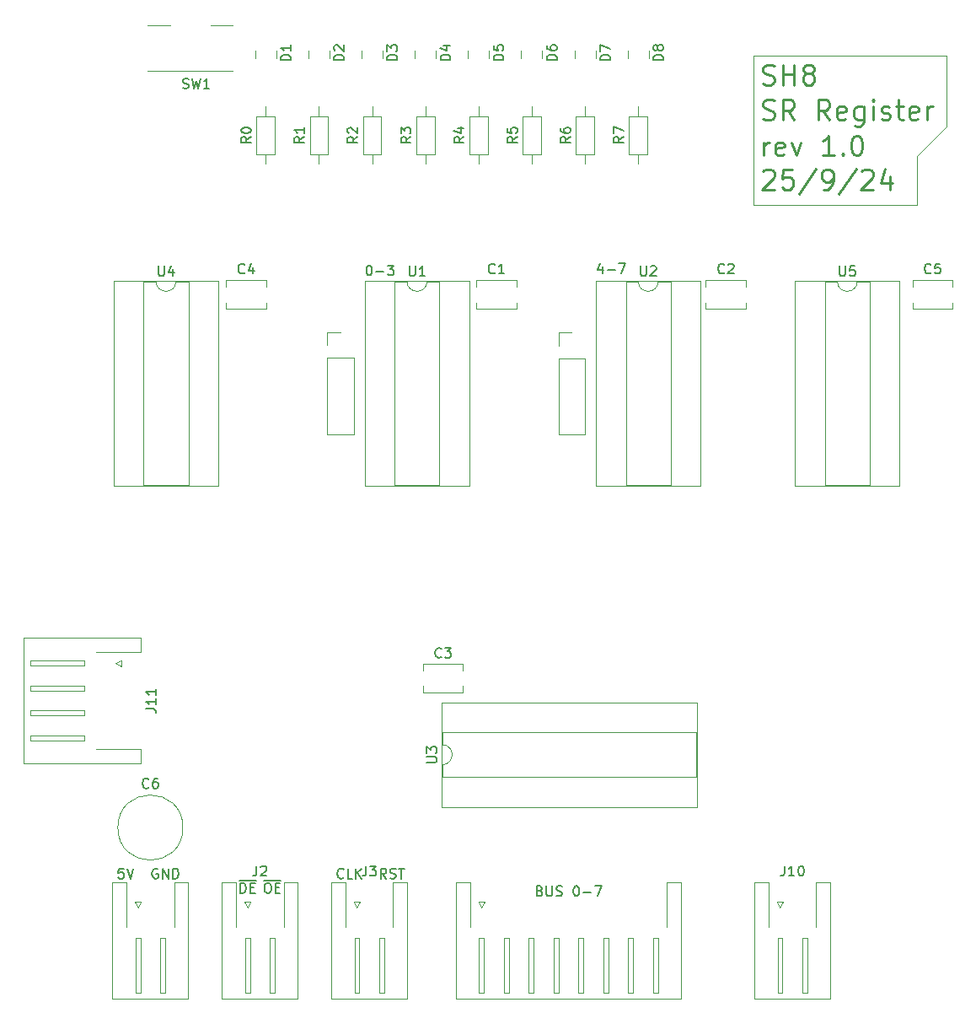
<source format=gbr>
%TF.GenerationSoftware,KiCad,Pcbnew,8.0.4*%
%TF.CreationDate,2024-09-25T14:12:18+03:00*%
%TF.ProjectId,STATUS_Register,53544154-5553-45f5-9265-676973746572,rev?*%
%TF.SameCoordinates,Original*%
%TF.FileFunction,Legend,Top*%
%TF.FilePolarity,Positive*%
%FSLAX46Y46*%
G04 Gerber Fmt 4.6, Leading zero omitted, Abs format (unit mm)*
G04 Created by KiCad (PCBNEW 8.0.4) date 2024-09-25 14:12:18*
%MOMM*%
%LPD*%
G01*
G04 APERTURE LIST*
%ADD10C,0.100000*%
%ADD11C,0.250000*%
%ADD12C,0.200000*%
%ADD13C,0.150000*%
%ADD14C,0.120000*%
G04 APERTURE END LIST*
D10*
X193000000Y-62100000D02*
X190000000Y-65100000D01*
X190000000Y-70000000D01*
X173600000Y-70000000D01*
X173600000Y-55000000D01*
X193000000Y-55000000D01*
X193000000Y-62100000D01*
D11*
X174640663Y-65042238D02*
X174640663Y-63708904D01*
X174640663Y-64089857D02*
X174735901Y-63899380D01*
X174735901Y-63899380D02*
X174831139Y-63804142D01*
X174831139Y-63804142D02*
X175021615Y-63708904D01*
X175021615Y-63708904D02*
X175212092Y-63708904D01*
X176640663Y-64947000D02*
X176450187Y-65042238D01*
X176450187Y-65042238D02*
X176069234Y-65042238D01*
X176069234Y-65042238D02*
X175878758Y-64947000D01*
X175878758Y-64947000D02*
X175783520Y-64756523D01*
X175783520Y-64756523D02*
X175783520Y-63994619D01*
X175783520Y-63994619D02*
X175878758Y-63804142D01*
X175878758Y-63804142D02*
X176069234Y-63708904D01*
X176069234Y-63708904D02*
X176450187Y-63708904D01*
X176450187Y-63708904D02*
X176640663Y-63804142D01*
X176640663Y-63804142D02*
X176735901Y-63994619D01*
X176735901Y-63994619D02*
X176735901Y-64185095D01*
X176735901Y-64185095D02*
X175783520Y-64375571D01*
X177402568Y-63708904D02*
X177878758Y-65042238D01*
X177878758Y-65042238D02*
X178354949Y-63708904D01*
X181688283Y-65042238D02*
X180545426Y-65042238D01*
X181116854Y-65042238D02*
X181116854Y-63042238D01*
X181116854Y-63042238D02*
X180926378Y-63327952D01*
X180926378Y-63327952D02*
X180735902Y-63518428D01*
X180735902Y-63518428D02*
X180545426Y-63613666D01*
X182545426Y-64851761D02*
X182640664Y-64947000D01*
X182640664Y-64947000D02*
X182545426Y-65042238D01*
X182545426Y-65042238D02*
X182450188Y-64947000D01*
X182450188Y-64947000D02*
X182545426Y-64851761D01*
X182545426Y-64851761D02*
X182545426Y-65042238D01*
X183878759Y-63042238D02*
X184069236Y-63042238D01*
X184069236Y-63042238D02*
X184259712Y-63137476D01*
X184259712Y-63137476D02*
X184354950Y-63232714D01*
X184354950Y-63232714D02*
X184450188Y-63423190D01*
X184450188Y-63423190D02*
X184545426Y-63804142D01*
X184545426Y-63804142D02*
X184545426Y-64280333D01*
X184545426Y-64280333D02*
X184450188Y-64661285D01*
X184450188Y-64661285D02*
X184354950Y-64851761D01*
X184354950Y-64851761D02*
X184259712Y-64947000D01*
X184259712Y-64947000D02*
X184069236Y-65042238D01*
X184069236Y-65042238D02*
X183878759Y-65042238D01*
X183878759Y-65042238D02*
X183688283Y-64947000D01*
X183688283Y-64947000D02*
X183593045Y-64851761D01*
X183593045Y-64851761D02*
X183497807Y-64661285D01*
X183497807Y-64661285D02*
X183402569Y-64280333D01*
X183402569Y-64280333D02*
X183402569Y-63804142D01*
X183402569Y-63804142D02*
X183497807Y-63423190D01*
X183497807Y-63423190D02*
X183593045Y-63232714D01*
X183593045Y-63232714D02*
X183688283Y-63137476D01*
X183688283Y-63137476D02*
X183878759Y-63042238D01*
D12*
X134934136Y-76067219D02*
X135029374Y-76067219D01*
X135029374Y-76067219D02*
X135124612Y-76114838D01*
X135124612Y-76114838D02*
X135172231Y-76162457D01*
X135172231Y-76162457D02*
X135219850Y-76257695D01*
X135219850Y-76257695D02*
X135267469Y-76448171D01*
X135267469Y-76448171D02*
X135267469Y-76686266D01*
X135267469Y-76686266D02*
X135219850Y-76876742D01*
X135219850Y-76876742D02*
X135172231Y-76971980D01*
X135172231Y-76971980D02*
X135124612Y-77019600D01*
X135124612Y-77019600D02*
X135029374Y-77067219D01*
X135029374Y-77067219D02*
X134934136Y-77067219D01*
X134934136Y-77067219D02*
X134838898Y-77019600D01*
X134838898Y-77019600D02*
X134791279Y-76971980D01*
X134791279Y-76971980D02*
X134743660Y-76876742D01*
X134743660Y-76876742D02*
X134696041Y-76686266D01*
X134696041Y-76686266D02*
X134696041Y-76448171D01*
X134696041Y-76448171D02*
X134743660Y-76257695D01*
X134743660Y-76257695D02*
X134791279Y-76162457D01*
X134791279Y-76162457D02*
X134838898Y-76114838D01*
X134838898Y-76114838D02*
X134934136Y-76067219D01*
X135696041Y-76686266D02*
X136457946Y-76686266D01*
X136838898Y-76067219D02*
X137457945Y-76067219D01*
X137457945Y-76067219D02*
X137124612Y-76448171D01*
X137124612Y-76448171D02*
X137267469Y-76448171D01*
X137267469Y-76448171D02*
X137362707Y-76495790D01*
X137362707Y-76495790D02*
X137410326Y-76543409D01*
X137410326Y-76543409D02*
X137457945Y-76638647D01*
X137457945Y-76638647D02*
X137457945Y-76876742D01*
X137457945Y-76876742D02*
X137410326Y-76971980D01*
X137410326Y-76971980D02*
X137362707Y-77019600D01*
X137362707Y-77019600D02*
X137267469Y-77067219D01*
X137267469Y-77067219D02*
X136981755Y-77067219D01*
X136981755Y-77067219D02*
X136886517Y-77019600D01*
X136886517Y-77019600D02*
X136838898Y-76971980D01*
X132404761Y-137521980D02*
X132357142Y-137569600D01*
X132357142Y-137569600D02*
X132214285Y-137617219D01*
X132214285Y-137617219D02*
X132119047Y-137617219D01*
X132119047Y-137617219D02*
X131976190Y-137569600D01*
X131976190Y-137569600D02*
X131880952Y-137474361D01*
X131880952Y-137474361D02*
X131833333Y-137379123D01*
X131833333Y-137379123D02*
X131785714Y-137188647D01*
X131785714Y-137188647D02*
X131785714Y-137045790D01*
X131785714Y-137045790D02*
X131833333Y-136855314D01*
X131833333Y-136855314D02*
X131880952Y-136760076D01*
X131880952Y-136760076D02*
X131976190Y-136664838D01*
X131976190Y-136664838D02*
X132119047Y-136617219D01*
X132119047Y-136617219D02*
X132214285Y-136617219D01*
X132214285Y-136617219D02*
X132357142Y-136664838D01*
X132357142Y-136664838D02*
X132404761Y-136712457D01*
X133309523Y-137617219D02*
X132833333Y-137617219D01*
X132833333Y-137617219D02*
X132833333Y-136617219D01*
X133642857Y-137617219D02*
X133642857Y-136617219D01*
X134214285Y-137617219D02*
X133785714Y-137045790D01*
X134214285Y-136617219D02*
X133642857Y-137188647D01*
X122035714Y-139067219D02*
X122035714Y-138067219D01*
X122035714Y-138067219D02*
X122273809Y-138067219D01*
X122273809Y-138067219D02*
X122416666Y-138114838D01*
X122416666Y-138114838D02*
X122511904Y-138210076D01*
X122511904Y-138210076D02*
X122559523Y-138305314D01*
X122559523Y-138305314D02*
X122607142Y-138495790D01*
X122607142Y-138495790D02*
X122607142Y-138638647D01*
X122607142Y-138638647D02*
X122559523Y-138829123D01*
X122559523Y-138829123D02*
X122511904Y-138924361D01*
X122511904Y-138924361D02*
X122416666Y-139019600D01*
X122416666Y-139019600D02*
X122273809Y-139067219D01*
X122273809Y-139067219D02*
X122035714Y-139067219D01*
X123035714Y-138543409D02*
X123369047Y-138543409D01*
X123511904Y-139067219D02*
X123035714Y-139067219D01*
X123035714Y-139067219D02*
X123035714Y-138067219D01*
X123035714Y-138067219D02*
X123511904Y-138067219D01*
X121897619Y-137789600D02*
X123602381Y-137789600D01*
X124702381Y-138067219D02*
X124892857Y-138067219D01*
X124892857Y-138067219D02*
X124988095Y-138114838D01*
X124988095Y-138114838D02*
X125083333Y-138210076D01*
X125083333Y-138210076D02*
X125130952Y-138400552D01*
X125130952Y-138400552D02*
X125130952Y-138733885D01*
X125130952Y-138733885D02*
X125083333Y-138924361D01*
X125083333Y-138924361D02*
X124988095Y-139019600D01*
X124988095Y-139019600D02*
X124892857Y-139067219D01*
X124892857Y-139067219D02*
X124702381Y-139067219D01*
X124702381Y-139067219D02*
X124607143Y-139019600D01*
X124607143Y-139019600D02*
X124511905Y-138924361D01*
X124511905Y-138924361D02*
X124464286Y-138733885D01*
X124464286Y-138733885D02*
X124464286Y-138400552D01*
X124464286Y-138400552D02*
X124511905Y-138210076D01*
X124511905Y-138210076D02*
X124607143Y-138114838D01*
X124607143Y-138114838D02*
X124702381Y-138067219D01*
X125559524Y-138543409D02*
X125892857Y-138543409D01*
X126035714Y-139067219D02*
X125559524Y-139067219D01*
X125559524Y-139067219D02*
X125559524Y-138067219D01*
X125559524Y-138067219D02*
X126035714Y-138067219D01*
X124373810Y-137789600D02*
X126126191Y-137789600D01*
X158392231Y-76200552D02*
X158392231Y-76867219D01*
X158154136Y-75819600D02*
X157916041Y-76533885D01*
X157916041Y-76533885D02*
X158535088Y-76533885D01*
X158916041Y-76486266D02*
X159677946Y-76486266D01*
X160058898Y-75867219D02*
X160725564Y-75867219D01*
X160725564Y-75867219D02*
X160296993Y-76867219D01*
D11*
X174545425Y-66632714D02*
X174640663Y-66537476D01*
X174640663Y-66537476D02*
X174831139Y-66442238D01*
X174831139Y-66442238D02*
X175307330Y-66442238D01*
X175307330Y-66442238D02*
X175497806Y-66537476D01*
X175497806Y-66537476D02*
X175593044Y-66632714D01*
X175593044Y-66632714D02*
X175688282Y-66823190D01*
X175688282Y-66823190D02*
X175688282Y-67013666D01*
X175688282Y-67013666D02*
X175593044Y-67299380D01*
X175593044Y-67299380D02*
X174450187Y-68442238D01*
X174450187Y-68442238D02*
X175688282Y-68442238D01*
X177497806Y-66442238D02*
X176545425Y-66442238D01*
X176545425Y-66442238D02*
X176450187Y-67394619D01*
X176450187Y-67394619D02*
X176545425Y-67299380D01*
X176545425Y-67299380D02*
X176735901Y-67204142D01*
X176735901Y-67204142D02*
X177212092Y-67204142D01*
X177212092Y-67204142D02*
X177402568Y-67299380D01*
X177402568Y-67299380D02*
X177497806Y-67394619D01*
X177497806Y-67394619D02*
X177593044Y-67585095D01*
X177593044Y-67585095D02*
X177593044Y-68061285D01*
X177593044Y-68061285D02*
X177497806Y-68251761D01*
X177497806Y-68251761D02*
X177402568Y-68347000D01*
X177402568Y-68347000D02*
X177212092Y-68442238D01*
X177212092Y-68442238D02*
X176735901Y-68442238D01*
X176735901Y-68442238D02*
X176545425Y-68347000D01*
X176545425Y-68347000D02*
X176450187Y-68251761D01*
X179878758Y-66347000D02*
X178164473Y-68918428D01*
X180640663Y-68442238D02*
X181021615Y-68442238D01*
X181021615Y-68442238D02*
X181212092Y-68347000D01*
X181212092Y-68347000D02*
X181307330Y-68251761D01*
X181307330Y-68251761D02*
X181497806Y-67966047D01*
X181497806Y-67966047D02*
X181593044Y-67585095D01*
X181593044Y-67585095D02*
X181593044Y-66823190D01*
X181593044Y-66823190D02*
X181497806Y-66632714D01*
X181497806Y-66632714D02*
X181402568Y-66537476D01*
X181402568Y-66537476D02*
X181212092Y-66442238D01*
X181212092Y-66442238D02*
X180831139Y-66442238D01*
X180831139Y-66442238D02*
X180640663Y-66537476D01*
X180640663Y-66537476D02*
X180545425Y-66632714D01*
X180545425Y-66632714D02*
X180450187Y-66823190D01*
X180450187Y-66823190D02*
X180450187Y-67299380D01*
X180450187Y-67299380D02*
X180545425Y-67489857D01*
X180545425Y-67489857D02*
X180640663Y-67585095D01*
X180640663Y-67585095D02*
X180831139Y-67680333D01*
X180831139Y-67680333D02*
X181212092Y-67680333D01*
X181212092Y-67680333D02*
X181402568Y-67585095D01*
X181402568Y-67585095D02*
X181497806Y-67489857D01*
X181497806Y-67489857D02*
X181593044Y-67299380D01*
X183878758Y-66347000D02*
X182164473Y-68918428D01*
X184450187Y-66632714D02*
X184545425Y-66537476D01*
X184545425Y-66537476D02*
X184735901Y-66442238D01*
X184735901Y-66442238D02*
X185212092Y-66442238D01*
X185212092Y-66442238D02*
X185402568Y-66537476D01*
X185402568Y-66537476D02*
X185497806Y-66632714D01*
X185497806Y-66632714D02*
X185593044Y-66823190D01*
X185593044Y-66823190D02*
X185593044Y-67013666D01*
X185593044Y-67013666D02*
X185497806Y-67299380D01*
X185497806Y-67299380D02*
X184354949Y-68442238D01*
X184354949Y-68442238D02*
X185593044Y-68442238D01*
X187307330Y-67108904D02*
X187307330Y-68442238D01*
X186831139Y-66347000D02*
X186354949Y-67775571D01*
X186354949Y-67775571D02*
X187593044Y-67775571D01*
D12*
X110309523Y-136617219D02*
X109833333Y-136617219D01*
X109833333Y-136617219D02*
X109785714Y-137093409D01*
X109785714Y-137093409D02*
X109833333Y-137045790D01*
X109833333Y-137045790D02*
X109928571Y-136998171D01*
X109928571Y-136998171D02*
X110166666Y-136998171D01*
X110166666Y-136998171D02*
X110261904Y-137045790D01*
X110261904Y-137045790D02*
X110309523Y-137093409D01*
X110309523Y-137093409D02*
X110357142Y-137188647D01*
X110357142Y-137188647D02*
X110357142Y-137426742D01*
X110357142Y-137426742D02*
X110309523Y-137521980D01*
X110309523Y-137521980D02*
X110261904Y-137569600D01*
X110261904Y-137569600D02*
X110166666Y-137617219D01*
X110166666Y-137617219D02*
X109928571Y-137617219D01*
X109928571Y-137617219D02*
X109833333Y-137569600D01*
X109833333Y-137569600D02*
X109785714Y-137521980D01*
X110642857Y-136617219D02*
X110976190Y-137617219D01*
X110976190Y-137617219D02*
X111309523Y-136617219D01*
X113738095Y-136664838D02*
X113642857Y-136617219D01*
X113642857Y-136617219D02*
X113500000Y-136617219D01*
X113500000Y-136617219D02*
X113357143Y-136664838D01*
X113357143Y-136664838D02*
X113261905Y-136760076D01*
X113261905Y-136760076D02*
X113214286Y-136855314D01*
X113214286Y-136855314D02*
X113166667Y-137045790D01*
X113166667Y-137045790D02*
X113166667Y-137188647D01*
X113166667Y-137188647D02*
X113214286Y-137379123D01*
X113214286Y-137379123D02*
X113261905Y-137474361D01*
X113261905Y-137474361D02*
X113357143Y-137569600D01*
X113357143Y-137569600D02*
X113500000Y-137617219D01*
X113500000Y-137617219D02*
X113595238Y-137617219D01*
X113595238Y-137617219D02*
X113738095Y-137569600D01*
X113738095Y-137569600D02*
X113785714Y-137521980D01*
X113785714Y-137521980D02*
X113785714Y-137188647D01*
X113785714Y-137188647D02*
X113595238Y-137188647D01*
X114214286Y-137617219D02*
X114214286Y-136617219D01*
X114214286Y-136617219D02*
X114785714Y-137617219D01*
X114785714Y-137617219D02*
X114785714Y-136617219D01*
X115261905Y-137617219D02*
X115261905Y-136617219D01*
X115261905Y-136617219D02*
X115500000Y-136617219D01*
X115500000Y-136617219D02*
X115642857Y-136664838D01*
X115642857Y-136664838D02*
X115738095Y-136760076D01*
X115738095Y-136760076D02*
X115785714Y-136855314D01*
X115785714Y-136855314D02*
X115833333Y-137045790D01*
X115833333Y-137045790D02*
X115833333Y-137188647D01*
X115833333Y-137188647D02*
X115785714Y-137379123D01*
X115785714Y-137379123D02*
X115738095Y-137474361D01*
X115738095Y-137474361D02*
X115642857Y-137569600D01*
X115642857Y-137569600D02*
X115500000Y-137617219D01*
X115500000Y-137617219D02*
X115261905Y-137617219D01*
D11*
X174545425Y-57847000D02*
X174831139Y-57942238D01*
X174831139Y-57942238D02*
X175307330Y-57942238D01*
X175307330Y-57942238D02*
X175497806Y-57847000D01*
X175497806Y-57847000D02*
X175593044Y-57751761D01*
X175593044Y-57751761D02*
X175688282Y-57561285D01*
X175688282Y-57561285D02*
X175688282Y-57370809D01*
X175688282Y-57370809D02*
X175593044Y-57180333D01*
X175593044Y-57180333D02*
X175497806Y-57085095D01*
X175497806Y-57085095D02*
X175307330Y-56989857D01*
X175307330Y-56989857D02*
X174926377Y-56894619D01*
X174926377Y-56894619D02*
X174735901Y-56799380D01*
X174735901Y-56799380D02*
X174640663Y-56704142D01*
X174640663Y-56704142D02*
X174545425Y-56513666D01*
X174545425Y-56513666D02*
X174545425Y-56323190D01*
X174545425Y-56323190D02*
X174640663Y-56132714D01*
X174640663Y-56132714D02*
X174735901Y-56037476D01*
X174735901Y-56037476D02*
X174926377Y-55942238D01*
X174926377Y-55942238D02*
X175402568Y-55942238D01*
X175402568Y-55942238D02*
X175688282Y-56037476D01*
X176545425Y-57942238D02*
X176545425Y-55942238D01*
X176545425Y-56894619D02*
X177688282Y-56894619D01*
X177688282Y-57942238D02*
X177688282Y-55942238D01*
X178926377Y-56799380D02*
X178735901Y-56704142D01*
X178735901Y-56704142D02*
X178640663Y-56608904D01*
X178640663Y-56608904D02*
X178545425Y-56418428D01*
X178545425Y-56418428D02*
X178545425Y-56323190D01*
X178545425Y-56323190D02*
X178640663Y-56132714D01*
X178640663Y-56132714D02*
X178735901Y-56037476D01*
X178735901Y-56037476D02*
X178926377Y-55942238D01*
X178926377Y-55942238D02*
X179307330Y-55942238D01*
X179307330Y-55942238D02*
X179497806Y-56037476D01*
X179497806Y-56037476D02*
X179593044Y-56132714D01*
X179593044Y-56132714D02*
X179688282Y-56323190D01*
X179688282Y-56323190D02*
X179688282Y-56418428D01*
X179688282Y-56418428D02*
X179593044Y-56608904D01*
X179593044Y-56608904D02*
X179497806Y-56704142D01*
X179497806Y-56704142D02*
X179307330Y-56799380D01*
X179307330Y-56799380D02*
X178926377Y-56799380D01*
X178926377Y-56799380D02*
X178735901Y-56894619D01*
X178735901Y-56894619D02*
X178640663Y-56989857D01*
X178640663Y-56989857D02*
X178545425Y-57180333D01*
X178545425Y-57180333D02*
X178545425Y-57561285D01*
X178545425Y-57561285D02*
X178640663Y-57751761D01*
X178640663Y-57751761D02*
X178735901Y-57847000D01*
X178735901Y-57847000D02*
X178926377Y-57942238D01*
X178926377Y-57942238D02*
X179307330Y-57942238D01*
X179307330Y-57942238D02*
X179497806Y-57847000D01*
X179497806Y-57847000D02*
X179593044Y-57751761D01*
X179593044Y-57751761D02*
X179688282Y-57561285D01*
X179688282Y-57561285D02*
X179688282Y-57180333D01*
X179688282Y-57180333D02*
X179593044Y-56989857D01*
X179593044Y-56989857D02*
X179497806Y-56894619D01*
X179497806Y-56894619D02*
X179307330Y-56799380D01*
X174545425Y-61347000D02*
X174831139Y-61442238D01*
X174831139Y-61442238D02*
X175307330Y-61442238D01*
X175307330Y-61442238D02*
X175497806Y-61347000D01*
X175497806Y-61347000D02*
X175593044Y-61251761D01*
X175593044Y-61251761D02*
X175688282Y-61061285D01*
X175688282Y-61061285D02*
X175688282Y-60870809D01*
X175688282Y-60870809D02*
X175593044Y-60680333D01*
X175593044Y-60680333D02*
X175497806Y-60585095D01*
X175497806Y-60585095D02*
X175307330Y-60489857D01*
X175307330Y-60489857D02*
X174926377Y-60394619D01*
X174926377Y-60394619D02*
X174735901Y-60299380D01*
X174735901Y-60299380D02*
X174640663Y-60204142D01*
X174640663Y-60204142D02*
X174545425Y-60013666D01*
X174545425Y-60013666D02*
X174545425Y-59823190D01*
X174545425Y-59823190D02*
X174640663Y-59632714D01*
X174640663Y-59632714D02*
X174735901Y-59537476D01*
X174735901Y-59537476D02*
X174926377Y-59442238D01*
X174926377Y-59442238D02*
X175402568Y-59442238D01*
X175402568Y-59442238D02*
X175688282Y-59537476D01*
X177688282Y-61442238D02*
X177021615Y-60489857D01*
X176545425Y-61442238D02*
X176545425Y-59442238D01*
X176545425Y-59442238D02*
X177307330Y-59442238D01*
X177307330Y-59442238D02*
X177497806Y-59537476D01*
X177497806Y-59537476D02*
X177593044Y-59632714D01*
X177593044Y-59632714D02*
X177688282Y-59823190D01*
X177688282Y-59823190D02*
X177688282Y-60108904D01*
X177688282Y-60108904D02*
X177593044Y-60299380D01*
X177593044Y-60299380D02*
X177497806Y-60394619D01*
X177497806Y-60394619D02*
X177307330Y-60489857D01*
X177307330Y-60489857D02*
X176545425Y-60489857D01*
X181212092Y-61442238D02*
X180545425Y-60489857D01*
X180069235Y-61442238D02*
X180069235Y-59442238D01*
X180069235Y-59442238D02*
X180831140Y-59442238D01*
X180831140Y-59442238D02*
X181021616Y-59537476D01*
X181021616Y-59537476D02*
X181116854Y-59632714D01*
X181116854Y-59632714D02*
X181212092Y-59823190D01*
X181212092Y-59823190D02*
X181212092Y-60108904D01*
X181212092Y-60108904D02*
X181116854Y-60299380D01*
X181116854Y-60299380D02*
X181021616Y-60394619D01*
X181021616Y-60394619D02*
X180831140Y-60489857D01*
X180831140Y-60489857D02*
X180069235Y-60489857D01*
X182831140Y-61347000D02*
X182640664Y-61442238D01*
X182640664Y-61442238D02*
X182259711Y-61442238D01*
X182259711Y-61442238D02*
X182069235Y-61347000D01*
X182069235Y-61347000D02*
X181973997Y-61156523D01*
X181973997Y-61156523D02*
X181973997Y-60394619D01*
X181973997Y-60394619D02*
X182069235Y-60204142D01*
X182069235Y-60204142D02*
X182259711Y-60108904D01*
X182259711Y-60108904D02*
X182640664Y-60108904D01*
X182640664Y-60108904D02*
X182831140Y-60204142D01*
X182831140Y-60204142D02*
X182926378Y-60394619D01*
X182926378Y-60394619D02*
X182926378Y-60585095D01*
X182926378Y-60585095D02*
X181973997Y-60775571D01*
X184640664Y-60108904D02*
X184640664Y-61727952D01*
X184640664Y-61727952D02*
X184545426Y-61918428D01*
X184545426Y-61918428D02*
X184450188Y-62013666D01*
X184450188Y-62013666D02*
X184259711Y-62108904D01*
X184259711Y-62108904D02*
X183973997Y-62108904D01*
X183973997Y-62108904D02*
X183783521Y-62013666D01*
X184640664Y-61347000D02*
X184450188Y-61442238D01*
X184450188Y-61442238D02*
X184069235Y-61442238D01*
X184069235Y-61442238D02*
X183878759Y-61347000D01*
X183878759Y-61347000D02*
X183783521Y-61251761D01*
X183783521Y-61251761D02*
X183688283Y-61061285D01*
X183688283Y-61061285D02*
X183688283Y-60489857D01*
X183688283Y-60489857D02*
X183783521Y-60299380D01*
X183783521Y-60299380D02*
X183878759Y-60204142D01*
X183878759Y-60204142D02*
X184069235Y-60108904D01*
X184069235Y-60108904D02*
X184450188Y-60108904D01*
X184450188Y-60108904D02*
X184640664Y-60204142D01*
X185593045Y-61442238D02*
X185593045Y-60108904D01*
X185593045Y-59442238D02*
X185497807Y-59537476D01*
X185497807Y-59537476D02*
X185593045Y-59632714D01*
X185593045Y-59632714D02*
X185688283Y-59537476D01*
X185688283Y-59537476D02*
X185593045Y-59442238D01*
X185593045Y-59442238D02*
X185593045Y-59632714D01*
X186450188Y-61347000D02*
X186640664Y-61442238D01*
X186640664Y-61442238D02*
X187021616Y-61442238D01*
X187021616Y-61442238D02*
X187212093Y-61347000D01*
X187212093Y-61347000D02*
X187307331Y-61156523D01*
X187307331Y-61156523D02*
X187307331Y-61061285D01*
X187307331Y-61061285D02*
X187212093Y-60870809D01*
X187212093Y-60870809D02*
X187021616Y-60775571D01*
X187021616Y-60775571D02*
X186735902Y-60775571D01*
X186735902Y-60775571D02*
X186545426Y-60680333D01*
X186545426Y-60680333D02*
X186450188Y-60489857D01*
X186450188Y-60489857D02*
X186450188Y-60394619D01*
X186450188Y-60394619D02*
X186545426Y-60204142D01*
X186545426Y-60204142D02*
X186735902Y-60108904D01*
X186735902Y-60108904D02*
X187021616Y-60108904D01*
X187021616Y-60108904D02*
X187212093Y-60204142D01*
X187878760Y-60108904D02*
X188640664Y-60108904D01*
X188164474Y-59442238D02*
X188164474Y-61156523D01*
X188164474Y-61156523D02*
X188259712Y-61347000D01*
X188259712Y-61347000D02*
X188450188Y-61442238D01*
X188450188Y-61442238D02*
X188640664Y-61442238D01*
X190069236Y-61347000D02*
X189878760Y-61442238D01*
X189878760Y-61442238D02*
X189497807Y-61442238D01*
X189497807Y-61442238D02*
X189307331Y-61347000D01*
X189307331Y-61347000D02*
X189212093Y-61156523D01*
X189212093Y-61156523D02*
X189212093Y-60394619D01*
X189212093Y-60394619D02*
X189307331Y-60204142D01*
X189307331Y-60204142D02*
X189497807Y-60108904D01*
X189497807Y-60108904D02*
X189878760Y-60108904D01*
X189878760Y-60108904D02*
X190069236Y-60204142D01*
X190069236Y-60204142D02*
X190164474Y-60394619D01*
X190164474Y-60394619D02*
X190164474Y-60585095D01*
X190164474Y-60585095D02*
X189212093Y-60775571D01*
X191021617Y-61442238D02*
X191021617Y-60108904D01*
X191021617Y-60489857D02*
X191116855Y-60299380D01*
X191116855Y-60299380D02*
X191212093Y-60204142D01*
X191212093Y-60204142D02*
X191402569Y-60108904D01*
X191402569Y-60108904D02*
X191593046Y-60108904D01*
D12*
X136702380Y-137617219D02*
X136369047Y-137141028D01*
X136130952Y-137617219D02*
X136130952Y-136617219D01*
X136130952Y-136617219D02*
X136511904Y-136617219D01*
X136511904Y-136617219D02*
X136607142Y-136664838D01*
X136607142Y-136664838D02*
X136654761Y-136712457D01*
X136654761Y-136712457D02*
X136702380Y-136807695D01*
X136702380Y-136807695D02*
X136702380Y-136950552D01*
X136702380Y-136950552D02*
X136654761Y-137045790D01*
X136654761Y-137045790D02*
X136607142Y-137093409D01*
X136607142Y-137093409D02*
X136511904Y-137141028D01*
X136511904Y-137141028D02*
X136130952Y-137141028D01*
X137083333Y-137569600D02*
X137226190Y-137617219D01*
X137226190Y-137617219D02*
X137464285Y-137617219D01*
X137464285Y-137617219D02*
X137559523Y-137569600D01*
X137559523Y-137569600D02*
X137607142Y-137521980D01*
X137607142Y-137521980D02*
X137654761Y-137426742D01*
X137654761Y-137426742D02*
X137654761Y-137331504D01*
X137654761Y-137331504D02*
X137607142Y-137236266D01*
X137607142Y-137236266D02*
X137559523Y-137188647D01*
X137559523Y-137188647D02*
X137464285Y-137141028D01*
X137464285Y-137141028D02*
X137273809Y-137093409D01*
X137273809Y-137093409D02*
X137178571Y-137045790D01*
X137178571Y-137045790D02*
X137130952Y-136998171D01*
X137130952Y-136998171D02*
X137083333Y-136902933D01*
X137083333Y-136902933D02*
X137083333Y-136807695D01*
X137083333Y-136807695D02*
X137130952Y-136712457D01*
X137130952Y-136712457D02*
X137178571Y-136664838D01*
X137178571Y-136664838D02*
X137273809Y-136617219D01*
X137273809Y-136617219D02*
X137511904Y-136617219D01*
X137511904Y-136617219D02*
X137654761Y-136664838D01*
X137940476Y-136617219D02*
X138511904Y-136617219D01*
X138226190Y-137617219D02*
X138226190Y-136617219D01*
D13*
X122463333Y-76808705D02*
X122415714Y-76856325D01*
X122415714Y-76856325D02*
X122272857Y-76903944D01*
X122272857Y-76903944D02*
X122177619Y-76903944D01*
X122177619Y-76903944D02*
X122034762Y-76856325D01*
X122034762Y-76856325D02*
X121939524Y-76761086D01*
X121939524Y-76761086D02*
X121891905Y-76665848D01*
X121891905Y-76665848D02*
X121844286Y-76475372D01*
X121844286Y-76475372D02*
X121844286Y-76332515D01*
X121844286Y-76332515D02*
X121891905Y-76142039D01*
X121891905Y-76142039D02*
X121939524Y-76046801D01*
X121939524Y-76046801D02*
X122034762Y-75951563D01*
X122034762Y-75951563D02*
X122177619Y-75903944D01*
X122177619Y-75903944D02*
X122272857Y-75903944D01*
X122272857Y-75903944D02*
X122415714Y-75951563D01*
X122415714Y-75951563D02*
X122463333Y-75999182D01*
X123320476Y-76237277D02*
X123320476Y-76903944D01*
X123082381Y-75856325D02*
X122844286Y-76570610D01*
X122844286Y-76570610D02*
X123463333Y-76570610D01*
X144499819Y-63166666D02*
X144023628Y-63499999D01*
X144499819Y-63738094D02*
X143499819Y-63738094D01*
X143499819Y-63738094D02*
X143499819Y-63357142D01*
X143499819Y-63357142D02*
X143547438Y-63261904D01*
X143547438Y-63261904D02*
X143595057Y-63214285D01*
X143595057Y-63214285D02*
X143690295Y-63166666D01*
X143690295Y-63166666D02*
X143833152Y-63166666D01*
X143833152Y-63166666D02*
X143928390Y-63214285D01*
X143928390Y-63214285D02*
X143976009Y-63261904D01*
X143976009Y-63261904D02*
X144023628Y-63357142D01*
X144023628Y-63357142D02*
X144023628Y-63738094D01*
X143833152Y-62309523D02*
X144499819Y-62309523D01*
X143452200Y-62547618D02*
X144166485Y-62785713D01*
X144166485Y-62785713D02*
X144166485Y-62166666D01*
X123119819Y-63166666D02*
X122643628Y-63499999D01*
X123119819Y-63738094D02*
X122119819Y-63738094D01*
X122119819Y-63738094D02*
X122119819Y-63357142D01*
X122119819Y-63357142D02*
X122167438Y-63261904D01*
X122167438Y-63261904D02*
X122215057Y-63214285D01*
X122215057Y-63214285D02*
X122310295Y-63166666D01*
X122310295Y-63166666D02*
X122453152Y-63166666D01*
X122453152Y-63166666D02*
X122548390Y-63214285D01*
X122548390Y-63214285D02*
X122596009Y-63261904D01*
X122596009Y-63261904D02*
X122643628Y-63357142D01*
X122643628Y-63357142D02*
X122643628Y-63738094D01*
X122119819Y-62547618D02*
X122119819Y-62452380D01*
X122119819Y-62452380D02*
X122167438Y-62357142D01*
X122167438Y-62357142D02*
X122215057Y-62309523D01*
X122215057Y-62309523D02*
X122310295Y-62261904D01*
X122310295Y-62261904D02*
X122500771Y-62214285D01*
X122500771Y-62214285D02*
X122738866Y-62214285D01*
X122738866Y-62214285D02*
X122929342Y-62261904D01*
X122929342Y-62261904D02*
X123024580Y-62309523D01*
X123024580Y-62309523D02*
X123072200Y-62357142D01*
X123072200Y-62357142D02*
X123119819Y-62452380D01*
X123119819Y-62452380D02*
X123119819Y-62547618D01*
X123119819Y-62547618D02*
X123072200Y-62642856D01*
X123072200Y-62642856D02*
X123024580Y-62690475D01*
X123024580Y-62690475D02*
X122929342Y-62738094D01*
X122929342Y-62738094D02*
X122738866Y-62785713D01*
X122738866Y-62785713D02*
X122500771Y-62785713D01*
X122500771Y-62785713D02*
X122310295Y-62738094D01*
X122310295Y-62738094D02*
X122215057Y-62690475D01*
X122215057Y-62690475D02*
X122167438Y-62642856D01*
X122167438Y-62642856D02*
X122119819Y-62547618D01*
X123666666Y-136354819D02*
X123666666Y-137069104D01*
X123666666Y-137069104D02*
X123619047Y-137211961D01*
X123619047Y-137211961D02*
X123523809Y-137307200D01*
X123523809Y-137307200D02*
X123380952Y-137354819D01*
X123380952Y-137354819D02*
X123285714Y-137354819D01*
X124095238Y-136450057D02*
X124142857Y-136402438D01*
X124142857Y-136402438D02*
X124238095Y-136354819D01*
X124238095Y-136354819D02*
X124476190Y-136354819D01*
X124476190Y-136354819D02*
X124571428Y-136402438D01*
X124571428Y-136402438D02*
X124619047Y-136450057D01*
X124619047Y-136450057D02*
X124666666Y-136545295D01*
X124666666Y-136545295D02*
X124666666Y-136640533D01*
X124666666Y-136640533D02*
X124619047Y-136783390D01*
X124619047Y-136783390D02*
X124047619Y-137354819D01*
X124047619Y-137354819D02*
X124666666Y-137354819D01*
X147613333Y-76809580D02*
X147565714Y-76857200D01*
X147565714Y-76857200D02*
X147422857Y-76904819D01*
X147422857Y-76904819D02*
X147327619Y-76904819D01*
X147327619Y-76904819D02*
X147184762Y-76857200D01*
X147184762Y-76857200D02*
X147089524Y-76761961D01*
X147089524Y-76761961D02*
X147041905Y-76666723D01*
X147041905Y-76666723D02*
X146994286Y-76476247D01*
X146994286Y-76476247D02*
X146994286Y-76333390D01*
X146994286Y-76333390D02*
X147041905Y-76142914D01*
X147041905Y-76142914D02*
X147089524Y-76047676D01*
X147089524Y-76047676D02*
X147184762Y-75952438D01*
X147184762Y-75952438D02*
X147327619Y-75904819D01*
X147327619Y-75904819D02*
X147422857Y-75904819D01*
X147422857Y-75904819D02*
X147565714Y-75952438D01*
X147565714Y-75952438D02*
X147613333Y-76000057D01*
X148565714Y-76904819D02*
X147994286Y-76904819D01*
X148280000Y-76904819D02*
X148280000Y-75904819D01*
X148280000Y-75904819D02*
X148184762Y-76047676D01*
X148184762Y-76047676D02*
X148089524Y-76142914D01*
X148089524Y-76142914D02*
X147994286Y-76190533D01*
X127099819Y-55468094D02*
X126099819Y-55468094D01*
X126099819Y-55468094D02*
X126099819Y-55229999D01*
X126099819Y-55229999D02*
X126147438Y-55087142D01*
X126147438Y-55087142D02*
X126242676Y-54991904D01*
X126242676Y-54991904D02*
X126337914Y-54944285D01*
X126337914Y-54944285D02*
X126528390Y-54896666D01*
X126528390Y-54896666D02*
X126671247Y-54896666D01*
X126671247Y-54896666D02*
X126861723Y-54944285D01*
X126861723Y-54944285D02*
X126956961Y-54991904D01*
X126956961Y-54991904D02*
X127052200Y-55087142D01*
X127052200Y-55087142D02*
X127099819Y-55229999D01*
X127099819Y-55229999D02*
X127099819Y-55468094D01*
X127099819Y-53944285D02*
X127099819Y-54515713D01*
X127099819Y-54229999D02*
X126099819Y-54229999D01*
X126099819Y-54229999D02*
X126242676Y-54325237D01*
X126242676Y-54325237D02*
X126337914Y-54420475D01*
X126337914Y-54420475D02*
X126385533Y-54515713D01*
X182248095Y-76124819D02*
X182248095Y-76934342D01*
X182248095Y-76934342D02*
X182295714Y-77029580D01*
X182295714Y-77029580D02*
X182343333Y-77077200D01*
X182343333Y-77077200D02*
X182438571Y-77124819D01*
X182438571Y-77124819D02*
X182629047Y-77124819D01*
X182629047Y-77124819D02*
X182724285Y-77077200D01*
X182724285Y-77077200D02*
X182771904Y-77029580D01*
X182771904Y-77029580D02*
X182819523Y-76934342D01*
X182819523Y-76934342D02*
X182819523Y-76124819D01*
X183771904Y-76124819D02*
X183295714Y-76124819D01*
X183295714Y-76124819D02*
X183248095Y-76601009D01*
X183248095Y-76601009D02*
X183295714Y-76553390D01*
X183295714Y-76553390D02*
X183390952Y-76505771D01*
X183390952Y-76505771D02*
X183629047Y-76505771D01*
X183629047Y-76505771D02*
X183724285Y-76553390D01*
X183724285Y-76553390D02*
X183771904Y-76601009D01*
X183771904Y-76601009D02*
X183819523Y-76696247D01*
X183819523Y-76696247D02*
X183819523Y-76934342D01*
X183819523Y-76934342D02*
X183771904Y-77029580D01*
X183771904Y-77029580D02*
X183724285Y-77077200D01*
X183724285Y-77077200D02*
X183629047Y-77124819D01*
X183629047Y-77124819D02*
X183390952Y-77124819D01*
X183390952Y-77124819D02*
X183295714Y-77077200D01*
X183295714Y-77077200D02*
X183248095Y-77029580D01*
X128464819Y-63166666D02*
X127988628Y-63499999D01*
X128464819Y-63738094D02*
X127464819Y-63738094D01*
X127464819Y-63738094D02*
X127464819Y-63357142D01*
X127464819Y-63357142D02*
X127512438Y-63261904D01*
X127512438Y-63261904D02*
X127560057Y-63214285D01*
X127560057Y-63214285D02*
X127655295Y-63166666D01*
X127655295Y-63166666D02*
X127798152Y-63166666D01*
X127798152Y-63166666D02*
X127893390Y-63214285D01*
X127893390Y-63214285D02*
X127941009Y-63261904D01*
X127941009Y-63261904D02*
X127988628Y-63357142D01*
X127988628Y-63357142D02*
X127988628Y-63738094D01*
X128464819Y-62214285D02*
X128464819Y-62785713D01*
X128464819Y-62499999D02*
X127464819Y-62499999D01*
X127464819Y-62499999D02*
X127607676Y-62595237D01*
X127607676Y-62595237D02*
X127702914Y-62690475D01*
X127702914Y-62690475D02*
X127750533Y-62785713D01*
X170653333Y-76809580D02*
X170605714Y-76857200D01*
X170605714Y-76857200D02*
X170462857Y-76904819D01*
X170462857Y-76904819D02*
X170367619Y-76904819D01*
X170367619Y-76904819D02*
X170224762Y-76857200D01*
X170224762Y-76857200D02*
X170129524Y-76761961D01*
X170129524Y-76761961D02*
X170081905Y-76666723D01*
X170081905Y-76666723D02*
X170034286Y-76476247D01*
X170034286Y-76476247D02*
X170034286Y-76333390D01*
X170034286Y-76333390D02*
X170081905Y-76142914D01*
X170081905Y-76142914D02*
X170129524Y-76047676D01*
X170129524Y-76047676D02*
X170224762Y-75952438D01*
X170224762Y-75952438D02*
X170367619Y-75904819D01*
X170367619Y-75904819D02*
X170462857Y-75904819D01*
X170462857Y-75904819D02*
X170605714Y-75952438D01*
X170605714Y-75952438D02*
X170653333Y-76000057D01*
X171034286Y-76000057D02*
X171081905Y-75952438D01*
X171081905Y-75952438D02*
X171177143Y-75904819D01*
X171177143Y-75904819D02*
X171415238Y-75904819D01*
X171415238Y-75904819D02*
X171510476Y-75952438D01*
X171510476Y-75952438D02*
X171558095Y-76000057D01*
X171558095Y-76000057D02*
X171605714Y-76095295D01*
X171605714Y-76095295D02*
X171605714Y-76190533D01*
X171605714Y-76190533D02*
X171558095Y-76333390D01*
X171558095Y-76333390D02*
X170986667Y-76904819D01*
X170986667Y-76904819D02*
X171605714Y-76904819D01*
X137789819Y-55468094D02*
X136789819Y-55468094D01*
X136789819Y-55468094D02*
X136789819Y-55229999D01*
X136789819Y-55229999D02*
X136837438Y-55087142D01*
X136837438Y-55087142D02*
X136932676Y-54991904D01*
X136932676Y-54991904D02*
X137027914Y-54944285D01*
X137027914Y-54944285D02*
X137218390Y-54896666D01*
X137218390Y-54896666D02*
X137361247Y-54896666D01*
X137361247Y-54896666D02*
X137551723Y-54944285D01*
X137551723Y-54944285D02*
X137646961Y-54991904D01*
X137646961Y-54991904D02*
X137742200Y-55087142D01*
X137742200Y-55087142D02*
X137789819Y-55229999D01*
X137789819Y-55229999D02*
X137789819Y-55468094D01*
X136789819Y-54563332D02*
X136789819Y-53944285D01*
X136789819Y-53944285D02*
X137170771Y-54277618D01*
X137170771Y-54277618D02*
X137170771Y-54134761D01*
X137170771Y-54134761D02*
X137218390Y-54039523D01*
X137218390Y-54039523D02*
X137266009Y-53991904D01*
X137266009Y-53991904D02*
X137361247Y-53944285D01*
X137361247Y-53944285D02*
X137599342Y-53944285D01*
X137599342Y-53944285D02*
X137694580Y-53991904D01*
X137694580Y-53991904D02*
X137742200Y-54039523D01*
X137742200Y-54039523D02*
X137789819Y-54134761D01*
X137789819Y-54134761D02*
X137789819Y-54420475D01*
X137789819Y-54420475D02*
X137742200Y-54515713D01*
X137742200Y-54515713D02*
X137694580Y-54563332D01*
X143134819Y-55468094D02*
X142134819Y-55468094D01*
X142134819Y-55468094D02*
X142134819Y-55229999D01*
X142134819Y-55229999D02*
X142182438Y-55087142D01*
X142182438Y-55087142D02*
X142277676Y-54991904D01*
X142277676Y-54991904D02*
X142372914Y-54944285D01*
X142372914Y-54944285D02*
X142563390Y-54896666D01*
X142563390Y-54896666D02*
X142706247Y-54896666D01*
X142706247Y-54896666D02*
X142896723Y-54944285D01*
X142896723Y-54944285D02*
X142991961Y-54991904D01*
X142991961Y-54991904D02*
X143087200Y-55087142D01*
X143087200Y-55087142D02*
X143134819Y-55229999D01*
X143134819Y-55229999D02*
X143134819Y-55468094D01*
X142468152Y-54039523D02*
X143134819Y-54039523D01*
X142087200Y-54277618D02*
X142801485Y-54515713D01*
X142801485Y-54515713D02*
X142801485Y-53896666D01*
X153824819Y-55468094D02*
X152824819Y-55468094D01*
X152824819Y-55468094D02*
X152824819Y-55229999D01*
X152824819Y-55229999D02*
X152872438Y-55087142D01*
X152872438Y-55087142D02*
X152967676Y-54991904D01*
X152967676Y-54991904D02*
X153062914Y-54944285D01*
X153062914Y-54944285D02*
X153253390Y-54896666D01*
X153253390Y-54896666D02*
X153396247Y-54896666D01*
X153396247Y-54896666D02*
X153586723Y-54944285D01*
X153586723Y-54944285D02*
X153681961Y-54991904D01*
X153681961Y-54991904D02*
X153777200Y-55087142D01*
X153777200Y-55087142D02*
X153824819Y-55229999D01*
X153824819Y-55229999D02*
X153824819Y-55468094D01*
X152824819Y-54039523D02*
X152824819Y-54229999D01*
X152824819Y-54229999D02*
X152872438Y-54325237D01*
X152872438Y-54325237D02*
X152920057Y-54372856D01*
X152920057Y-54372856D02*
X153062914Y-54468094D01*
X153062914Y-54468094D02*
X153253390Y-54515713D01*
X153253390Y-54515713D02*
X153634342Y-54515713D01*
X153634342Y-54515713D02*
X153729580Y-54468094D01*
X153729580Y-54468094D02*
X153777200Y-54420475D01*
X153777200Y-54420475D02*
X153824819Y-54325237D01*
X153824819Y-54325237D02*
X153824819Y-54134761D01*
X153824819Y-54134761D02*
X153777200Y-54039523D01*
X153777200Y-54039523D02*
X153729580Y-53991904D01*
X153729580Y-53991904D02*
X153634342Y-53944285D01*
X153634342Y-53944285D02*
X153396247Y-53944285D01*
X153396247Y-53944285D02*
X153301009Y-53991904D01*
X153301009Y-53991904D02*
X153253390Y-54039523D01*
X153253390Y-54039523D02*
X153205771Y-54134761D01*
X153205771Y-54134761D02*
X153205771Y-54325237D01*
X153205771Y-54325237D02*
X153253390Y-54420475D01*
X153253390Y-54420475D02*
X153301009Y-54468094D01*
X153301009Y-54468094D02*
X153396247Y-54515713D01*
D12*
X152119047Y-138843409D02*
X152261904Y-138891028D01*
X152261904Y-138891028D02*
X152309523Y-138938647D01*
X152309523Y-138938647D02*
X152357142Y-139033885D01*
X152357142Y-139033885D02*
X152357142Y-139176742D01*
X152357142Y-139176742D02*
X152309523Y-139271980D01*
X152309523Y-139271980D02*
X152261904Y-139319600D01*
X152261904Y-139319600D02*
X152166666Y-139367219D01*
X152166666Y-139367219D02*
X151785714Y-139367219D01*
X151785714Y-139367219D02*
X151785714Y-138367219D01*
X151785714Y-138367219D02*
X152119047Y-138367219D01*
X152119047Y-138367219D02*
X152214285Y-138414838D01*
X152214285Y-138414838D02*
X152261904Y-138462457D01*
X152261904Y-138462457D02*
X152309523Y-138557695D01*
X152309523Y-138557695D02*
X152309523Y-138652933D01*
X152309523Y-138652933D02*
X152261904Y-138748171D01*
X152261904Y-138748171D02*
X152214285Y-138795790D01*
X152214285Y-138795790D02*
X152119047Y-138843409D01*
X152119047Y-138843409D02*
X151785714Y-138843409D01*
X152785714Y-138367219D02*
X152785714Y-139176742D01*
X152785714Y-139176742D02*
X152833333Y-139271980D01*
X152833333Y-139271980D02*
X152880952Y-139319600D01*
X152880952Y-139319600D02*
X152976190Y-139367219D01*
X152976190Y-139367219D02*
X153166666Y-139367219D01*
X153166666Y-139367219D02*
X153261904Y-139319600D01*
X153261904Y-139319600D02*
X153309523Y-139271980D01*
X153309523Y-139271980D02*
X153357142Y-139176742D01*
X153357142Y-139176742D02*
X153357142Y-138367219D01*
X153785714Y-139319600D02*
X153928571Y-139367219D01*
X153928571Y-139367219D02*
X154166666Y-139367219D01*
X154166666Y-139367219D02*
X154261904Y-139319600D01*
X154261904Y-139319600D02*
X154309523Y-139271980D01*
X154309523Y-139271980D02*
X154357142Y-139176742D01*
X154357142Y-139176742D02*
X154357142Y-139081504D01*
X154357142Y-139081504D02*
X154309523Y-138986266D01*
X154309523Y-138986266D02*
X154261904Y-138938647D01*
X154261904Y-138938647D02*
X154166666Y-138891028D01*
X154166666Y-138891028D02*
X153976190Y-138843409D01*
X153976190Y-138843409D02*
X153880952Y-138795790D01*
X153880952Y-138795790D02*
X153833333Y-138748171D01*
X153833333Y-138748171D02*
X153785714Y-138652933D01*
X153785714Y-138652933D02*
X153785714Y-138557695D01*
X153785714Y-138557695D02*
X153833333Y-138462457D01*
X153833333Y-138462457D02*
X153880952Y-138414838D01*
X153880952Y-138414838D02*
X153976190Y-138367219D01*
X153976190Y-138367219D02*
X154214285Y-138367219D01*
X154214285Y-138367219D02*
X154357142Y-138414838D01*
X155738095Y-138367219D02*
X155833333Y-138367219D01*
X155833333Y-138367219D02*
X155928571Y-138414838D01*
X155928571Y-138414838D02*
X155976190Y-138462457D01*
X155976190Y-138462457D02*
X156023809Y-138557695D01*
X156023809Y-138557695D02*
X156071428Y-138748171D01*
X156071428Y-138748171D02*
X156071428Y-138986266D01*
X156071428Y-138986266D02*
X156023809Y-139176742D01*
X156023809Y-139176742D02*
X155976190Y-139271980D01*
X155976190Y-139271980D02*
X155928571Y-139319600D01*
X155928571Y-139319600D02*
X155833333Y-139367219D01*
X155833333Y-139367219D02*
X155738095Y-139367219D01*
X155738095Y-139367219D02*
X155642857Y-139319600D01*
X155642857Y-139319600D02*
X155595238Y-139271980D01*
X155595238Y-139271980D02*
X155547619Y-139176742D01*
X155547619Y-139176742D02*
X155500000Y-138986266D01*
X155500000Y-138986266D02*
X155500000Y-138748171D01*
X155500000Y-138748171D02*
X155547619Y-138557695D01*
X155547619Y-138557695D02*
X155595238Y-138462457D01*
X155595238Y-138462457D02*
X155642857Y-138414838D01*
X155642857Y-138414838D02*
X155738095Y-138367219D01*
X156500000Y-138986266D02*
X157261905Y-138986266D01*
X157642857Y-138367219D02*
X158309523Y-138367219D01*
X158309523Y-138367219D02*
X157880952Y-139367219D01*
D13*
X139028095Y-76124819D02*
X139028095Y-76934342D01*
X139028095Y-76934342D02*
X139075714Y-77029580D01*
X139075714Y-77029580D02*
X139123333Y-77077200D01*
X139123333Y-77077200D02*
X139218571Y-77124819D01*
X139218571Y-77124819D02*
X139409047Y-77124819D01*
X139409047Y-77124819D02*
X139504285Y-77077200D01*
X139504285Y-77077200D02*
X139551904Y-77029580D01*
X139551904Y-77029580D02*
X139599523Y-76934342D01*
X139599523Y-76934342D02*
X139599523Y-76124819D01*
X140599523Y-77124819D02*
X140028095Y-77124819D01*
X140313809Y-77124819D02*
X140313809Y-76124819D01*
X140313809Y-76124819D02*
X140218571Y-76267676D01*
X140218571Y-76267676D02*
X140123333Y-76362914D01*
X140123333Y-76362914D02*
X140028095Y-76410533D01*
X155189819Y-63166666D02*
X154713628Y-63499999D01*
X155189819Y-63738094D02*
X154189819Y-63738094D01*
X154189819Y-63738094D02*
X154189819Y-63357142D01*
X154189819Y-63357142D02*
X154237438Y-63261904D01*
X154237438Y-63261904D02*
X154285057Y-63214285D01*
X154285057Y-63214285D02*
X154380295Y-63166666D01*
X154380295Y-63166666D02*
X154523152Y-63166666D01*
X154523152Y-63166666D02*
X154618390Y-63214285D01*
X154618390Y-63214285D02*
X154666009Y-63261904D01*
X154666009Y-63261904D02*
X154713628Y-63357142D01*
X154713628Y-63357142D02*
X154713628Y-63738094D01*
X154189819Y-62309523D02*
X154189819Y-62499999D01*
X154189819Y-62499999D02*
X154237438Y-62595237D01*
X154237438Y-62595237D02*
X154285057Y-62642856D01*
X154285057Y-62642856D02*
X154427914Y-62738094D01*
X154427914Y-62738094D02*
X154618390Y-62785713D01*
X154618390Y-62785713D02*
X154999342Y-62785713D01*
X154999342Y-62785713D02*
X155094580Y-62738094D01*
X155094580Y-62738094D02*
X155142200Y-62690475D01*
X155142200Y-62690475D02*
X155189819Y-62595237D01*
X155189819Y-62595237D02*
X155189819Y-62404761D01*
X155189819Y-62404761D02*
X155142200Y-62309523D01*
X155142200Y-62309523D02*
X155094580Y-62261904D01*
X155094580Y-62261904D02*
X154999342Y-62214285D01*
X154999342Y-62214285D02*
X154761247Y-62214285D01*
X154761247Y-62214285D02*
X154666009Y-62261904D01*
X154666009Y-62261904D02*
X154618390Y-62309523D01*
X154618390Y-62309523D02*
X154570771Y-62404761D01*
X154570771Y-62404761D02*
X154570771Y-62595237D01*
X154570771Y-62595237D02*
X154618390Y-62690475D01*
X154618390Y-62690475D02*
X154666009Y-62738094D01*
X154666009Y-62738094D02*
X154761247Y-62785713D01*
X112833333Y-128459580D02*
X112785714Y-128507200D01*
X112785714Y-128507200D02*
X112642857Y-128554819D01*
X112642857Y-128554819D02*
X112547619Y-128554819D01*
X112547619Y-128554819D02*
X112404762Y-128507200D01*
X112404762Y-128507200D02*
X112309524Y-128411961D01*
X112309524Y-128411961D02*
X112261905Y-128316723D01*
X112261905Y-128316723D02*
X112214286Y-128126247D01*
X112214286Y-128126247D02*
X112214286Y-127983390D01*
X112214286Y-127983390D02*
X112261905Y-127792914D01*
X112261905Y-127792914D02*
X112309524Y-127697676D01*
X112309524Y-127697676D02*
X112404762Y-127602438D01*
X112404762Y-127602438D02*
X112547619Y-127554819D01*
X112547619Y-127554819D02*
X112642857Y-127554819D01*
X112642857Y-127554819D02*
X112785714Y-127602438D01*
X112785714Y-127602438D02*
X112833333Y-127650057D01*
X113690476Y-127554819D02*
X113500000Y-127554819D01*
X113500000Y-127554819D02*
X113404762Y-127602438D01*
X113404762Y-127602438D02*
X113357143Y-127650057D01*
X113357143Y-127650057D02*
X113261905Y-127792914D01*
X113261905Y-127792914D02*
X113214286Y-127983390D01*
X113214286Y-127983390D02*
X113214286Y-128364342D01*
X113214286Y-128364342D02*
X113261905Y-128459580D01*
X113261905Y-128459580D02*
X113309524Y-128507200D01*
X113309524Y-128507200D02*
X113404762Y-128554819D01*
X113404762Y-128554819D02*
X113595238Y-128554819D01*
X113595238Y-128554819D02*
X113690476Y-128507200D01*
X113690476Y-128507200D02*
X113738095Y-128459580D01*
X113738095Y-128459580D02*
X113785714Y-128364342D01*
X113785714Y-128364342D02*
X113785714Y-128126247D01*
X113785714Y-128126247D02*
X113738095Y-128031009D01*
X113738095Y-128031009D02*
X113690476Y-127983390D01*
X113690476Y-127983390D02*
X113595238Y-127935771D01*
X113595238Y-127935771D02*
X113404762Y-127935771D01*
X113404762Y-127935771D02*
X113309524Y-127983390D01*
X113309524Y-127983390D02*
X113261905Y-128031009D01*
X113261905Y-128031009D02*
X113214286Y-128126247D01*
X162248095Y-76124819D02*
X162248095Y-76934342D01*
X162248095Y-76934342D02*
X162295714Y-77029580D01*
X162295714Y-77029580D02*
X162343333Y-77077200D01*
X162343333Y-77077200D02*
X162438571Y-77124819D01*
X162438571Y-77124819D02*
X162629047Y-77124819D01*
X162629047Y-77124819D02*
X162724285Y-77077200D01*
X162724285Y-77077200D02*
X162771904Y-77029580D01*
X162771904Y-77029580D02*
X162819523Y-76934342D01*
X162819523Y-76934342D02*
X162819523Y-76124819D01*
X163248095Y-76220057D02*
X163295714Y-76172438D01*
X163295714Y-76172438D02*
X163390952Y-76124819D01*
X163390952Y-76124819D02*
X163629047Y-76124819D01*
X163629047Y-76124819D02*
X163724285Y-76172438D01*
X163724285Y-76172438D02*
X163771904Y-76220057D01*
X163771904Y-76220057D02*
X163819523Y-76315295D01*
X163819523Y-76315295D02*
X163819523Y-76410533D01*
X163819523Y-76410533D02*
X163771904Y-76553390D01*
X163771904Y-76553390D02*
X163200476Y-77124819D01*
X163200476Y-77124819D02*
X163819523Y-77124819D01*
X176690476Y-136354819D02*
X176690476Y-137069104D01*
X176690476Y-137069104D02*
X176642857Y-137211961D01*
X176642857Y-137211961D02*
X176547619Y-137307200D01*
X176547619Y-137307200D02*
X176404762Y-137354819D01*
X176404762Y-137354819D02*
X176309524Y-137354819D01*
X177690476Y-137354819D02*
X177119048Y-137354819D01*
X177404762Y-137354819D02*
X177404762Y-136354819D01*
X177404762Y-136354819D02*
X177309524Y-136497676D01*
X177309524Y-136497676D02*
X177214286Y-136592914D01*
X177214286Y-136592914D02*
X177119048Y-136640533D01*
X178309524Y-136354819D02*
X178404762Y-136354819D01*
X178404762Y-136354819D02*
X178500000Y-136402438D01*
X178500000Y-136402438D02*
X178547619Y-136450057D01*
X178547619Y-136450057D02*
X178595238Y-136545295D01*
X178595238Y-136545295D02*
X178642857Y-136735771D01*
X178642857Y-136735771D02*
X178642857Y-136973866D01*
X178642857Y-136973866D02*
X178595238Y-137164342D01*
X178595238Y-137164342D02*
X178547619Y-137259580D01*
X178547619Y-137259580D02*
X178500000Y-137307200D01*
X178500000Y-137307200D02*
X178404762Y-137354819D01*
X178404762Y-137354819D02*
X178309524Y-137354819D01*
X178309524Y-137354819D02*
X178214286Y-137307200D01*
X178214286Y-137307200D02*
X178166667Y-137259580D01*
X178166667Y-137259580D02*
X178119048Y-137164342D01*
X178119048Y-137164342D02*
X178071429Y-136973866D01*
X178071429Y-136973866D02*
X178071429Y-136735771D01*
X178071429Y-136735771D02*
X178119048Y-136545295D01*
X178119048Y-136545295D02*
X178166667Y-136450057D01*
X178166667Y-136450057D02*
X178214286Y-136402438D01*
X178214286Y-136402438D02*
X178309524Y-136354819D01*
X159204819Y-55478094D02*
X158204819Y-55478094D01*
X158204819Y-55478094D02*
X158204819Y-55239999D01*
X158204819Y-55239999D02*
X158252438Y-55097142D01*
X158252438Y-55097142D02*
X158347676Y-55001904D01*
X158347676Y-55001904D02*
X158442914Y-54954285D01*
X158442914Y-54954285D02*
X158633390Y-54906666D01*
X158633390Y-54906666D02*
X158776247Y-54906666D01*
X158776247Y-54906666D02*
X158966723Y-54954285D01*
X158966723Y-54954285D02*
X159061961Y-55001904D01*
X159061961Y-55001904D02*
X159157200Y-55097142D01*
X159157200Y-55097142D02*
X159204819Y-55239999D01*
X159204819Y-55239999D02*
X159204819Y-55478094D01*
X158204819Y-54573332D02*
X158204819Y-53906666D01*
X158204819Y-53906666D02*
X159204819Y-54335237D01*
X160534819Y-63166666D02*
X160058628Y-63499999D01*
X160534819Y-63738094D02*
X159534819Y-63738094D01*
X159534819Y-63738094D02*
X159534819Y-63357142D01*
X159534819Y-63357142D02*
X159582438Y-63261904D01*
X159582438Y-63261904D02*
X159630057Y-63214285D01*
X159630057Y-63214285D02*
X159725295Y-63166666D01*
X159725295Y-63166666D02*
X159868152Y-63166666D01*
X159868152Y-63166666D02*
X159963390Y-63214285D01*
X159963390Y-63214285D02*
X160011009Y-63261904D01*
X160011009Y-63261904D02*
X160058628Y-63357142D01*
X160058628Y-63357142D02*
X160058628Y-63738094D01*
X159534819Y-62833332D02*
X159534819Y-62166666D01*
X159534819Y-62166666D02*
X160534819Y-62595237D01*
X139154819Y-63166666D02*
X138678628Y-63499999D01*
X139154819Y-63738094D02*
X138154819Y-63738094D01*
X138154819Y-63738094D02*
X138154819Y-63357142D01*
X138154819Y-63357142D02*
X138202438Y-63261904D01*
X138202438Y-63261904D02*
X138250057Y-63214285D01*
X138250057Y-63214285D02*
X138345295Y-63166666D01*
X138345295Y-63166666D02*
X138488152Y-63166666D01*
X138488152Y-63166666D02*
X138583390Y-63214285D01*
X138583390Y-63214285D02*
X138631009Y-63261904D01*
X138631009Y-63261904D02*
X138678628Y-63357142D01*
X138678628Y-63357142D02*
X138678628Y-63738094D01*
X138154819Y-62833332D02*
X138154819Y-62214285D01*
X138154819Y-62214285D02*
X138535771Y-62547618D01*
X138535771Y-62547618D02*
X138535771Y-62404761D01*
X138535771Y-62404761D02*
X138583390Y-62309523D01*
X138583390Y-62309523D02*
X138631009Y-62261904D01*
X138631009Y-62261904D02*
X138726247Y-62214285D01*
X138726247Y-62214285D02*
X138964342Y-62214285D01*
X138964342Y-62214285D02*
X139059580Y-62261904D01*
X139059580Y-62261904D02*
X139107200Y-62309523D01*
X139107200Y-62309523D02*
X139154819Y-62404761D01*
X139154819Y-62404761D02*
X139154819Y-62690475D01*
X139154819Y-62690475D02*
X139107200Y-62785713D01*
X139107200Y-62785713D02*
X139059580Y-62833332D01*
X164514819Y-55468094D02*
X163514819Y-55468094D01*
X163514819Y-55468094D02*
X163514819Y-55229999D01*
X163514819Y-55229999D02*
X163562438Y-55087142D01*
X163562438Y-55087142D02*
X163657676Y-54991904D01*
X163657676Y-54991904D02*
X163752914Y-54944285D01*
X163752914Y-54944285D02*
X163943390Y-54896666D01*
X163943390Y-54896666D02*
X164086247Y-54896666D01*
X164086247Y-54896666D02*
X164276723Y-54944285D01*
X164276723Y-54944285D02*
X164371961Y-54991904D01*
X164371961Y-54991904D02*
X164467200Y-55087142D01*
X164467200Y-55087142D02*
X164514819Y-55229999D01*
X164514819Y-55229999D02*
X164514819Y-55468094D01*
X163943390Y-54325237D02*
X163895771Y-54420475D01*
X163895771Y-54420475D02*
X163848152Y-54468094D01*
X163848152Y-54468094D02*
X163752914Y-54515713D01*
X163752914Y-54515713D02*
X163705295Y-54515713D01*
X163705295Y-54515713D02*
X163610057Y-54468094D01*
X163610057Y-54468094D02*
X163562438Y-54420475D01*
X163562438Y-54420475D02*
X163514819Y-54325237D01*
X163514819Y-54325237D02*
X163514819Y-54134761D01*
X163514819Y-54134761D02*
X163562438Y-54039523D01*
X163562438Y-54039523D02*
X163610057Y-53991904D01*
X163610057Y-53991904D02*
X163705295Y-53944285D01*
X163705295Y-53944285D02*
X163752914Y-53944285D01*
X163752914Y-53944285D02*
X163848152Y-53991904D01*
X163848152Y-53991904D02*
X163895771Y-54039523D01*
X163895771Y-54039523D02*
X163943390Y-54134761D01*
X163943390Y-54134761D02*
X163943390Y-54325237D01*
X163943390Y-54325237D02*
X163991009Y-54420475D01*
X163991009Y-54420475D02*
X164038628Y-54468094D01*
X164038628Y-54468094D02*
X164133866Y-54515713D01*
X164133866Y-54515713D02*
X164324342Y-54515713D01*
X164324342Y-54515713D02*
X164419580Y-54468094D01*
X164419580Y-54468094D02*
X164467200Y-54420475D01*
X164467200Y-54420475D02*
X164514819Y-54325237D01*
X164514819Y-54325237D02*
X164514819Y-54134761D01*
X164514819Y-54134761D02*
X164467200Y-54039523D01*
X164467200Y-54039523D02*
X164419580Y-53991904D01*
X164419580Y-53991904D02*
X164324342Y-53944285D01*
X164324342Y-53944285D02*
X164133866Y-53944285D01*
X164133866Y-53944285D02*
X164038628Y-53991904D01*
X164038628Y-53991904D02*
X163991009Y-54039523D01*
X163991009Y-54039523D02*
X163943390Y-54134761D01*
X140764819Y-125951904D02*
X141574342Y-125951904D01*
X141574342Y-125951904D02*
X141669580Y-125904285D01*
X141669580Y-125904285D02*
X141717200Y-125856666D01*
X141717200Y-125856666D02*
X141764819Y-125761428D01*
X141764819Y-125761428D02*
X141764819Y-125570952D01*
X141764819Y-125570952D02*
X141717200Y-125475714D01*
X141717200Y-125475714D02*
X141669580Y-125428095D01*
X141669580Y-125428095D02*
X141574342Y-125380476D01*
X141574342Y-125380476D02*
X140764819Y-125380476D01*
X140764819Y-124999523D02*
X140764819Y-124380476D01*
X140764819Y-124380476D02*
X141145771Y-124713809D01*
X141145771Y-124713809D02*
X141145771Y-124570952D01*
X141145771Y-124570952D02*
X141193390Y-124475714D01*
X141193390Y-124475714D02*
X141241009Y-124428095D01*
X141241009Y-124428095D02*
X141336247Y-124380476D01*
X141336247Y-124380476D02*
X141574342Y-124380476D01*
X141574342Y-124380476D02*
X141669580Y-124428095D01*
X141669580Y-124428095D02*
X141717200Y-124475714D01*
X141717200Y-124475714D02*
X141764819Y-124570952D01*
X141764819Y-124570952D02*
X141764819Y-124856666D01*
X141764819Y-124856666D02*
X141717200Y-124951904D01*
X141717200Y-124951904D02*
X141669580Y-124999523D01*
X142223333Y-115359580D02*
X142175714Y-115407200D01*
X142175714Y-115407200D02*
X142032857Y-115454819D01*
X142032857Y-115454819D02*
X141937619Y-115454819D01*
X141937619Y-115454819D02*
X141794762Y-115407200D01*
X141794762Y-115407200D02*
X141699524Y-115311961D01*
X141699524Y-115311961D02*
X141651905Y-115216723D01*
X141651905Y-115216723D02*
X141604286Y-115026247D01*
X141604286Y-115026247D02*
X141604286Y-114883390D01*
X141604286Y-114883390D02*
X141651905Y-114692914D01*
X141651905Y-114692914D02*
X141699524Y-114597676D01*
X141699524Y-114597676D02*
X141794762Y-114502438D01*
X141794762Y-114502438D02*
X141937619Y-114454819D01*
X141937619Y-114454819D02*
X142032857Y-114454819D01*
X142032857Y-114454819D02*
X142175714Y-114502438D01*
X142175714Y-114502438D02*
X142223333Y-114550057D01*
X142556667Y-114454819D02*
X143175714Y-114454819D01*
X143175714Y-114454819D02*
X142842381Y-114835771D01*
X142842381Y-114835771D02*
X142985238Y-114835771D01*
X142985238Y-114835771D02*
X143080476Y-114883390D01*
X143080476Y-114883390D02*
X143128095Y-114931009D01*
X143128095Y-114931009D02*
X143175714Y-115026247D01*
X143175714Y-115026247D02*
X143175714Y-115264342D01*
X143175714Y-115264342D02*
X143128095Y-115359580D01*
X143128095Y-115359580D02*
X143080476Y-115407200D01*
X143080476Y-115407200D02*
X142985238Y-115454819D01*
X142985238Y-115454819D02*
X142699524Y-115454819D01*
X142699524Y-115454819D02*
X142604286Y-115407200D01*
X142604286Y-115407200D02*
X142556667Y-115359580D01*
X134666666Y-136354819D02*
X134666666Y-137069104D01*
X134666666Y-137069104D02*
X134619047Y-137211961D01*
X134619047Y-137211961D02*
X134523809Y-137307200D01*
X134523809Y-137307200D02*
X134380952Y-137354819D01*
X134380952Y-137354819D02*
X134285714Y-137354819D01*
X135047619Y-136354819D02*
X135666666Y-136354819D01*
X135666666Y-136354819D02*
X135333333Y-136735771D01*
X135333333Y-136735771D02*
X135476190Y-136735771D01*
X135476190Y-136735771D02*
X135571428Y-136783390D01*
X135571428Y-136783390D02*
X135619047Y-136831009D01*
X135619047Y-136831009D02*
X135666666Y-136926247D01*
X135666666Y-136926247D02*
X135666666Y-137164342D01*
X135666666Y-137164342D02*
X135619047Y-137259580D01*
X135619047Y-137259580D02*
X135571428Y-137307200D01*
X135571428Y-137307200D02*
X135476190Y-137354819D01*
X135476190Y-137354819D02*
X135190476Y-137354819D01*
X135190476Y-137354819D02*
X135095238Y-137307200D01*
X135095238Y-137307200D02*
X135047619Y-137259580D01*
X132444819Y-55468094D02*
X131444819Y-55468094D01*
X131444819Y-55468094D02*
X131444819Y-55229999D01*
X131444819Y-55229999D02*
X131492438Y-55087142D01*
X131492438Y-55087142D02*
X131587676Y-54991904D01*
X131587676Y-54991904D02*
X131682914Y-54944285D01*
X131682914Y-54944285D02*
X131873390Y-54896666D01*
X131873390Y-54896666D02*
X132016247Y-54896666D01*
X132016247Y-54896666D02*
X132206723Y-54944285D01*
X132206723Y-54944285D02*
X132301961Y-54991904D01*
X132301961Y-54991904D02*
X132397200Y-55087142D01*
X132397200Y-55087142D02*
X132444819Y-55229999D01*
X132444819Y-55229999D02*
X132444819Y-55468094D01*
X131540057Y-54515713D02*
X131492438Y-54468094D01*
X131492438Y-54468094D02*
X131444819Y-54372856D01*
X131444819Y-54372856D02*
X131444819Y-54134761D01*
X131444819Y-54134761D02*
X131492438Y-54039523D01*
X131492438Y-54039523D02*
X131540057Y-53991904D01*
X131540057Y-53991904D02*
X131635295Y-53944285D01*
X131635295Y-53944285D02*
X131730533Y-53944285D01*
X131730533Y-53944285D02*
X131873390Y-53991904D01*
X131873390Y-53991904D02*
X132444819Y-54563332D01*
X132444819Y-54563332D02*
X132444819Y-53944285D01*
X191403333Y-76809580D02*
X191355714Y-76857200D01*
X191355714Y-76857200D02*
X191212857Y-76904819D01*
X191212857Y-76904819D02*
X191117619Y-76904819D01*
X191117619Y-76904819D02*
X190974762Y-76857200D01*
X190974762Y-76857200D02*
X190879524Y-76761961D01*
X190879524Y-76761961D02*
X190831905Y-76666723D01*
X190831905Y-76666723D02*
X190784286Y-76476247D01*
X190784286Y-76476247D02*
X190784286Y-76333390D01*
X190784286Y-76333390D02*
X190831905Y-76142914D01*
X190831905Y-76142914D02*
X190879524Y-76047676D01*
X190879524Y-76047676D02*
X190974762Y-75952438D01*
X190974762Y-75952438D02*
X191117619Y-75904819D01*
X191117619Y-75904819D02*
X191212857Y-75904819D01*
X191212857Y-75904819D02*
X191355714Y-75952438D01*
X191355714Y-75952438D02*
X191403333Y-76000057D01*
X192308095Y-75904819D02*
X191831905Y-75904819D01*
X191831905Y-75904819D02*
X191784286Y-76381009D01*
X191784286Y-76381009D02*
X191831905Y-76333390D01*
X191831905Y-76333390D02*
X191927143Y-76285771D01*
X191927143Y-76285771D02*
X192165238Y-76285771D01*
X192165238Y-76285771D02*
X192260476Y-76333390D01*
X192260476Y-76333390D02*
X192308095Y-76381009D01*
X192308095Y-76381009D02*
X192355714Y-76476247D01*
X192355714Y-76476247D02*
X192355714Y-76714342D01*
X192355714Y-76714342D02*
X192308095Y-76809580D01*
X192308095Y-76809580D02*
X192260476Y-76857200D01*
X192260476Y-76857200D02*
X192165238Y-76904819D01*
X192165238Y-76904819D02*
X191927143Y-76904819D01*
X191927143Y-76904819D02*
X191831905Y-76857200D01*
X191831905Y-76857200D02*
X191784286Y-76809580D01*
X148479819Y-55468094D02*
X147479819Y-55468094D01*
X147479819Y-55468094D02*
X147479819Y-55229999D01*
X147479819Y-55229999D02*
X147527438Y-55087142D01*
X147527438Y-55087142D02*
X147622676Y-54991904D01*
X147622676Y-54991904D02*
X147717914Y-54944285D01*
X147717914Y-54944285D02*
X147908390Y-54896666D01*
X147908390Y-54896666D02*
X148051247Y-54896666D01*
X148051247Y-54896666D02*
X148241723Y-54944285D01*
X148241723Y-54944285D02*
X148336961Y-54991904D01*
X148336961Y-54991904D02*
X148432200Y-55087142D01*
X148432200Y-55087142D02*
X148479819Y-55229999D01*
X148479819Y-55229999D02*
X148479819Y-55468094D01*
X147479819Y-53991904D02*
X147479819Y-54468094D01*
X147479819Y-54468094D02*
X147956009Y-54515713D01*
X147956009Y-54515713D02*
X147908390Y-54468094D01*
X147908390Y-54468094D02*
X147860771Y-54372856D01*
X147860771Y-54372856D02*
X147860771Y-54134761D01*
X147860771Y-54134761D02*
X147908390Y-54039523D01*
X147908390Y-54039523D02*
X147956009Y-53991904D01*
X147956009Y-53991904D02*
X148051247Y-53944285D01*
X148051247Y-53944285D02*
X148289342Y-53944285D01*
X148289342Y-53944285D02*
X148384580Y-53991904D01*
X148384580Y-53991904D02*
X148432200Y-54039523D01*
X148432200Y-54039523D02*
X148479819Y-54134761D01*
X148479819Y-54134761D02*
X148479819Y-54372856D01*
X148479819Y-54372856D02*
X148432200Y-54468094D01*
X148432200Y-54468094D02*
X148384580Y-54515713D01*
X149844819Y-63166666D02*
X149368628Y-63499999D01*
X149844819Y-63738094D02*
X148844819Y-63738094D01*
X148844819Y-63738094D02*
X148844819Y-63357142D01*
X148844819Y-63357142D02*
X148892438Y-63261904D01*
X148892438Y-63261904D02*
X148940057Y-63214285D01*
X148940057Y-63214285D02*
X149035295Y-63166666D01*
X149035295Y-63166666D02*
X149178152Y-63166666D01*
X149178152Y-63166666D02*
X149273390Y-63214285D01*
X149273390Y-63214285D02*
X149321009Y-63261904D01*
X149321009Y-63261904D02*
X149368628Y-63357142D01*
X149368628Y-63357142D02*
X149368628Y-63738094D01*
X148844819Y-62261904D02*
X148844819Y-62738094D01*
X148844819Y-62738094D02*
X149321009Y-62785713D01*
X149321009Y-62785713D02*
X149273390Y-62738094D01*
X149273390Y-62738094D02*
X149225771Y-62642856D01*
X149225771Y-62642856D02*
X149225771Y-62404761D01*
X149225771Y-62404761D02*
X149273390Y-62309523D01*
X149273390Y-62309523D02*
X149321009Y-62261904D01*
X149321009Y-62261904D02*
X149416247Y-62214285D01*
X149416247Y-62214285D02*
X149654342Y-62214285D01*
X149654342Y-62214285D02*
X149749580Y-62261904D01*
X149749580Y-62261904D02*
X149797200Y-62309523D01*
X149797200Y-62309523D02*
X149844819Y-62404761D01*
X149844819Y-62404761D02*
X149844819Y-62642856D01*
X149844819Y-62642856D02*
X149797200Y-62738094D01*
X149797200Y-62738094D02*
X149749580Y-62785713D01*
X116251667Y-58257200D02*
X116394524Y-58304819D01*
X116394524Y-58304819D02*
X116632619Y-58304819D01*
X116632619Y-58304819D02*
X116727857Y-58257200D01*
X116727857Y-58257200D02*
X116775476Y-58209580D01*
X116775476Y-58209580D02*
X116823095Y-58114342D01*
X116823095Y-58114342D02*
X116823095Y-58019104D01*
X116823095Y-58019104D02*
X116775476Y-57923866D01*
X116775476Y-57923866D02*
X116727857Y-57876247D01*
X116727857Y-57876247D02*
X116632619Y-57828628D01*
X116632619Y-57828628D02*
X116442143Y-57781009D01*
X116442143Y-57781009D02*
X116346905Y-57733390D01*
X116346905Y-57733390D02*
X116299286Y-57685771D01*
X116299286Y-57685771D02*
X116251667Y-57590533D01*
X116251667Y-57590533D02*
X116251667Y-57495295D01*
X116251667Y-57495295D02*
X116299286Y-57400057D01*
X116299286Y-57400057D02*
X116346905Y-57352438D01*
X116346905Y-57352438D02*
X116442143Y-57304819D01*
X116442143Y-57304819D02*
X116680238Y-57304819D01*
X116680238Y-57304819D02*
X116823095Y-57352438D01*
X117156429Y-57304819D02*
X117394524Y-58304819D01*
X117394524Y-58304819D02*
X117585000Y-57590533D01*
X117585000Y-57590533D02*
X117775476Y-58304819D01*
X117775476Y-58304819D02*
X118013572Y-57304819D01*
X118918333Y-58304819D02*
X118346905Y-58304819D01*
X118632619Y-58304819D02*
X118632619Y-57304819D01*
X118632619Y-57304819D02*
X118537381Y-57447676D01*
X118537381Y-57447676D02*
X118442143Y-57542914D01*
X118442143Y-57542914D02*
X118346905Y-57590533D01*
X112554819Y-120559523D02*
X113269104Y-120559523D01*
X113269104Y-120559523D02*
X113411961Y-120607142D01*
X113411961Y-120607142D02*
X113507200Y-120702380D01*
X113507200Y-120702380D02*
X113554819Y-120845237D01*
X113554819Y-120845237D02*
X113554819Y-120940475D01*
X113554819Y-119559523D02*
X113554819Y-120130951D01*
X113554819Y-119845237D02*
X112554819Y-119845237D01*
X112554819Y-119845237D02*
X112697676Y-119940475D01*
X112697676Y-119940475D02*
X112792914Y-120035713D01*
X112792914Y-120035713D02*
X112840533Y-120130951D01*
X113554819Y-118607142D02*
X113554819Y-119178570D01*
X113554819Y-118892856D02*
X112554819Y-118892856D01*
X112554819Y-118892856D02*
X112697676Y-118988094D01*
X112697676Y-118988094D02*
X112792914Y-119083332D01*
X112792914Y-119083332D02*
X112840533Y-119178570D01*
X133809819Y-63166666D02*
X133333628Y-63499999D01*
X133809819Y-63738094D02*
X132809819Y-63738094D01*
X132809819Y-63738094D02*
X132809819Y-63357142D01*
X132809819Y-63357142D02*
X132857438Y-63261904D01*
X132857438Y-63261904D02*
X132905057Y-63214285D01*
X132905057Y-63214285D02*
X133000295Y-63166666D01*
X133000295Y-63166666D02*
X133143152Y-63166666D01*
X133143152Y-63166666D02*
X133238390Y-63214285D01*
X133238390Y-63214285D02*
X133286009Y-63261904D01*
X133286009Y-63261904D02*
X133333628Y-63357142D01*
X133333628Y-63357142D02*
X133333628Y-63738094D01*
X132905057Y-62785713D02*
X132857438Y-62738094D01*
X132857438Y-62738094D02*
X132809819Y-62642856D01*
X132809819Y-62642856D02*
X132809819Y-62404761D01*
X132809819Y-62404761D02*
X132857438Y-62309523D01*
X132857438Y-62309523D02*
X132905057Y-62261904D01*
X132905057Y-62261904D02*
X133000295Y-62214285D01*
X133000295Y-62214285D02*
X133095533Y-62214285D01*
X133095533Y-62214285D02*
X133238390Y-62261904D01*
X133238390Y-62261904D02*
X133809819Y-62833332D01*
X133809819Y-62833332D02*
X133809819Y-62214285D01*
X113808095Y-76123944D02*
X113808095Y-76933467D01*
X113808095Y-76933467D02*
X113855714Y-77028705D01*
X113855714Y-77028705D02*
X113903333Y-77076325D01*
X113903333Y-77076325D02*
X113998571Y-77123944D01*
X113998571Y-77123944D02*
X114189047Y-77123944D01*
X114189047Y-77123944D02*
X114284285Y-77076325D01*
X114284285Y-77076325D02*
X114331904Y-77028705D01*
X114331904Y-77028705D02*
X114379523Y-76933467D01*
X114379523Y-76933467D02*
X114379523Y-76123944D01*
X115284285Y-76457277D02*
X115284285Y-77123944D01*
X115046190Y-76076325D02*
X114808095Y-76790610D01*
X114808095Y-76790610D02*
X115427142Y-76790610D01*
D14*
%TO.C,C4*%
X120610000Y-77579125D02*
X120610000Y-78204125D01*
X120610000Y-77579125D02*
X124650000Y-77579125D01*
X120610000Y-79794125D02*
X120610000Y-80419125D01*
X120610000Y-80419125D02*
X124650000Y-80419125D01*
X124650000Y-77579125D02*
X124650000Y-78204125D01*
X124650000Y-79794125D02*
X124650000Y-80419125D01*
%TO.C,R4*%
X145045000Y-61080000D02*
X145045000Y-64920000D01*
X145045000Y-64920000D02*
X146885000Y-64920000D01*
X145965000Y-60130000D02*
X145965000Y-61080000D01*
X145965000Y-65870000D02*
X145965000Y-64920000D01*
X146885000Y-61080000D02*
X145045000Y-61080000D01*
X146885000Y-64920000D02*
X146885000Y-61080000D01*
%TO.C,R0*%
X123665000Y-61080000D02*
X123665000Y-64920000D01*
X123665000Y-64920000D02*
X125505000Y-64920000D01*
X124585000Y-60130000D02*
X124585000Y-61080000D01*
X124585000Y-65870000D02*
X124585000Y-64920000D01*
X125505000Y-61080000D02*
X123665000Y-61080000D01*
X125505000Y-64920000D02*
X125505000Y-61080000D01*
%TO.C,J2*%
X120190000Y-137990000D02*
X121610000Y-137990000D01*
X120190000Y-149710000D02*
X120190000Y-137990000D01*
X121610000Y-137990000D02*
X121610000Y-142490000D01*
X122450000Y-139900000D02*
X123050000Y-139900000D01*
X122500000Y-143600000D02*
X122500000Y-149100000D01*
X122500000Y-149100000D02*
X123000000Y-149100000D01*
X122750000Y-140500000D02*
X122450000Y-139900000D01*
X123000000Y-143600000D02*
X122500000Y-143600000D01*
X123000000Y-149100000D02*
X123000000Y-143600000D01*
X123050000Y-139900000D02*
X122750000Y-140500000D01*
X124000000Y-149710000D02*
X120190000Y-149710000D01*
X124000000Y-149710000D02*
X127810000Y-149710000D01*
X125000000Y-143600000D02*
X125000000Y-149100000D01*
X125000000Y-149100000D02*
X125500000Y-149100000D01*
X125500000Y-143600000D02*
X125000000Y-143600000D01*
X125500000Y-149100000D02*
X125500000Y-143600000D01*
X126390000Y-137990000D02*
X126390000Y-142490000D01*
X127810000Y-137990000D02*
X126390000Y-137990000D01*
X127810000Y-149710000D02*
X127810000Y-137990000D01*
%TO.C,C1*%
X145760000Y-77580000D02*
X145760000Y-78205000D01*
X145760000Y-77580000D02*
X149800000Y-77580000D01*
X145760000Y-79795000D02*
X145760000Y-80420000D01*
X145760000Y-80420000D02*
X149800000Y-80420000D01*
X149800000Y-77580000D02*
X149800000Y-78205000D01*
X149800000Y-79795000D02*
X149800000Y-80420000D01*
%TO.C,D1*%
X123525000Y-54540000D02*
X123525000Y-55271000D01*
X125645000Y-54540000D02*
X125645000Y-55271000D01*
%TO.C,U5*%
X177760000Y-77610000D02*
X177760000Y-98170000D01*
X177760000Y-98170000D02*
X188260000Y-98170000D01*
X180760000Y-77670000D02*
X180760000Y-98110000D01*
X180760000Y-98110000D02*
X185260000Y-98110000D01*
X182010000Y-77670000D02*
X180760000Y-77670000D01*
X185260000Y-77670000D02*
X184010000Y-77670000D01*
X185260000Y-98110000D02*
X185260000Y-77670000D01*
X188260000Y-77610000D02*
X177760000Y-77610000D01*
X188260000Y-98170000D02*
X188260000Y-77610000D01*
X184010000Y-77670000D02*
G75*
G02*
X182010000Y-77670000I-1000000J0D01*
G01*
%TO.C,R1*%
X129010000Y-61080000D02*
X129010000Y-64920000D01*
X129010000Y-64920000D02*
X130850000Y-64920000D01*
X129930000Y-60130000D02*
X129930000Y-61080000D01*
X129930000Y-65870000D02*
X129930000Y-64920000D01*
X130850000Y-61080000D02*
X129010000Y-61080000D01*
X130850000Y-64920000D02*
X130850000Y-61080000D01*
%TO.C,C2*%
X168800000Y-77580000D02*
X168800000Y-78205000D01*
X168800000Y-77580000D02*
X172840000Y-77580000D01*
X168800000Y-79795000D02*
X168800000Y-80420000D01*
X168800000Y-80420000D02*
X172840000Y-80420000D01*
X172840000Y-77580000D02*
X172840000Y-78205000D01*
X172840000Y-79795000D02*
X172840000Y-80420000D01*
%TO.C,D3*%
X134215000Y-54540000D02*
X134215000Y-55271000D01*
X136335000Y-54540000D02*
X136335000Y-55271000D01*
%TO.C,J1*%
X109190000Y-137990000D02*
X110610000Y-137990000D01*
X109190000Y-149710000D02*
X109190000Y-137990000D01*
X110610000Y-137990000D02*
X110610000Y-142490000D01*
X111450000Y-139900000D02*
X112050000Y-139900000D01*
X111500000Y-143600000D02*
X111500000Y-149100000D01*
X111500000Y-149100000D02*
X112000000Y-149100000D01*
X111750000Y-140500000D02*
X111450000Y-139900000D01*
X112000000Y-143600000D02*
X111500000Y-143600000D01*
X112000000Y-149100000D02*
X112000000Y-143600000D01*
X112050000Y-139900000D02*
X111750000Y-140500000D01*
X113000000Y-149710000D02*
X109190000Y-149710000D01*
X113000000Y-149710000D02*
X116810000Y-149710000D01*
X114000000Y-143600000D02*
X114000000Y-149100000D01*
X114000000Y-149100000D02*
X114500000Y-149100000D01*
X114500000Y-143600000D02*
X114000000Y-143600000D01*
X114500000Y-149100000D02*
X114500000Y-143600000D01*
X115390000Y-137990000D02*
X115390000Y-142490000D01*
X116810000Y-137990000D02*
X115390000Y-137990000D01*
X116810000Y-149710000D02*
X116810000Y-137990000D01*
%TO.C,D4*%
X139560000Y-54540000D02*
X139560000Y-55271000D01*
X141680000Y-54540000D02*
X141680000Y-55271000D01*
%TO.C,D6*%
X150250000Y-54540000D02*
X150250000Y-55271000D01*
X152370000Y-54540000D02*
X152370000Y-55271000D01*
%TO.C,J4*%
X143690000Y-137990000D02*
X145110000Y-137990000D01*
X143690000Y-149710000D02*
X143690000Y-137990000D01*
X145110000Y-137990000D02*
X145110000Y-142490000D01*
X145950000Y-139900000D02*
X146550000Y-139900000D01*
X146000000Y-143600000D02*
X146000000Y-149100000D01*
X146000000Y-149100000D02*
X146500000Y-149100000D01*
X146250000Y-140500000D02*
X145950000Y-139900000D01*
X146500000Y-143600000D02*
X146000000Y-143600000D01*
X146500000Y-149100000D02*
X146500000Y-143600000D01*
X146550000Y-139900000D02*
X146250000Y-140500000D01*
X148500000Y-143600000D02*
X148500000Y-149100000D01*
X148500000Y-149100000D02*
X149000000Y-149100000D01*
X149000000Y-143600000D02*
X148500000Y-143600000D01*
X149000000Y-149100000D02*
X149000000Y-143600000D01*
X151000000Y-143600000D02*
X151000000Y-149100000D01*
X151000000Y-149100000D02*
X151500000Y-149100000D01*
X151500000Y-143600000D02*
X151000000Y-143600000D01*
X151500000Y-149100000D02*
X151500000Y-143600000D01*
X153500000Y-143600000D02*
X153500000Y-149100000D01*
X153500000Y-149100000D02*
X154000000Y-149100000D01*
X154000000Y-143600000D02*
X153500000Y-143600000D01*
X154000000Y-149100000D02*
X154000000Y-143600000D01*
X155000000Y-149710000D02*
X143690000Y-149710000D01*
X155000000Y-149710000D02*
X166310000Y-149710000D01*
X156000000Y-143600000D02*
X156000000Y-149100000D01*
X156000000Y-149100000D02*
X156500000Y-149100000D01*
X156500000Y-143600000D02*
X156000000Y-143600000D01*
X156500000Y-149100000D02*
X156500000Y-143600000D01*
X158500000Y-143600000D02*
X158500000Y-149100000D01*
X158500000Y-149100000D02*
X159000000Y-149100000D01*
X159000000Y-143600000D02*
X158500000Y-143600000D01*
X159000000Y-149100000D02*
X159000000Y-143600000D01*
X161000000Y-143600000D02*
X161000000Y-149100000D01*
X161000000Y-149100000D02*
X161500000Y-149100000D01*
X161500000Y-143600000D02*
X161000000Y-143600000D01*
X161500000Y-149100000D02*
X161500000Y-143600000D01*
X163500000Y-143600000D02*
X163500000Y-149100000D01*
X163500000Y-149100000D02*
X164000000Y-149100000D01*
X164000000Y-143600000D02*
X163500000Y-143600000D01*
X164000000Y-149100000D02*
X164000000Y-143600000D01*
X164890000Y-137990000D02*
X164890000Y-142490000D01*
X166310000Y-137990000D02*
X164890000Y-137990000D01*
X166310000Y-149710000D02*
X166310000Y-137990000D01*
%TO.C,U1*%
X134540000Y-77610000D02*
X134540000Y-98170000D01*
X134540000Y-98170000D02*
X145040000Y-98170000D01*
X137540000Y-77670000D02*
X137540000Y-98110000D01*
X137540000Y-98110000D02*
X142040000Y-98110000D01*
X138790000Y-77670000D02*
X137540000Y-77670000D01*
X142040000Y-77670000D02*
X140790000Y-77670000D01*
X142040000Y-98110000D02*
X142040000Y-77670000D01*
X145040000Y-77610000D02*
X134540000Y-77610000D01*
X145040000Y-98170000D02*
X145040000Y-77610000D01*
X140790000Y-77670000D02*
G75*
G02*
X138790000Y-77670000I-1000000J0D01*
G01*
%TO.C,J6*%
X130770000Y-82750000D02*
X132100000Y-82750000D01*
X130770000Y-84080000D02*
X130770000Y-82750000D01*
X130770000Y-85350000D02*
X130770000Y-93030000D01*
X130770000Y-85350000D02*
X133430000Y-85350000D01*
X130770000Y-93030000D02*
X133430000Y-93030000D01*
X133430000Y-85350000D02*
X133430000Y-93030000D01*
%TO.C,R6*%
X155735000Y-61080000D02*
X155735000Y-64920000D01*
X155735000Y-64920000D02*
X157575000Y-64920000D01*
X156655000Y-60130000D02*
X156655000Y-61080000D01*
X156655000Y-65870000D02*
X156655000Y-64920000D01*
X157575000Y-61080000D02*
X155735000Y-61080000D01*
X157575000Y-64920000D02*
X157575000Y-61080000D01*
%TO.C,C6*%
X116270000Y-132500000D02*
G75*
G02*
X109730000Y-132500000I-3270000J0D01*
G01*
X109730000Y-132500000D02*
G75*
G02*
X116270000Y-132500000I3270000J0D01*
G01*
%TO.C,U2*%
X157760000Y-77610000D02*
X157760000Y-98170000D01*
X157760000Y-98170000D02*
X168260000Y-98170000D01*
X160760000Y-77670000D02*
X160760000Y-98110000D01*
X160760000Y-98110000D02*
X165260000Y-98110000D01*
X162010000Y-77670000D02*
X160760000Y-77670000D01*
X165260000Y-77670000D02*
X164010000Y-77670000D01*
X165260000Y-98110000D02*
X165260000Y-77670000D01*
X168260000Y-77610000D02*
X157760000Y-77610000D01*
X168260000Y-98170000D02*
X168260000Y-77610000D01*
X164010000Y-77670000D02*
G75*
G02*
X162010000Y-77670000I-1000000J0D01*
G01*
%TO.C,J10*%
X173690000Y-137990000D02*
X175110000Y-137990000D01*
X173690000Y-149710000D02*
X173690000Y-137990000D01*
X175110000Y-137990000D02*
X175110000Y-142490000D01*
X175950000Y-139900000D02*
X176550000Y-139900000D01*
X176000000Y-143600000D02*
X176000000Y-149100000D01*
X176000000Y-149100000D02*
X176500000Y-149100000D01*
X176250000Y-140500000D02*
X175950000Y-139900000D01*
X176500000Y-143600000D02*
X176000000Y-143600000D01*
X176500000Y-149100000D02*
X176500000Y-143600000D01*
X176550000Y-139900000D02*
X176250000Y-140500000D01*
X177500000Y-149710000D02*
X173690000Y-149710000D01*
X177500000Y-149710000D02*
X181310000Y-149710000D01*
X178500000Y-143600000D02*
X178500000Y-149100000D01*
X178500000Y-149100000D02*
X179000000Y-149100000D01*
X179000000Y-143600000D02*
X178500000Y-143600000D01*
X179000000Y-149100000D02*
X179000000Y-143600000D01*
X179890000Y-137990000D02*
X179890000Y-142490000D01*
X181310000Y-137990000D02*
X179890000Y-137990000D01*
X181310000Y-149710000D02*
X181310000Y-137990000D01*
%TO.C,D7*%
X155595000Y-54540000D02*
X155595000Y-55271000D01*
X157715000Y-54540000D02*
X157715000Y-55271000D01*
%TO.C,R7*%
X161080000Y-61080000D02*
X161080000Y-64920000D01*
X161080000Y-64920000D02*
X162920000Y-64920000D01*
X162000000Y-60130000D02*
X162000000Y-61080000D01*
X162000000Y-65870000D02*
X162000000Y-64920000D01*
X162920000Y-61080000D02*
X161080000Y-61080000D01*
X162920000Y-64920000D02*
X162920000Y-61080000D01*
%TO.C,R3*%
X139700000Y-61080000D02*
X139700000Y-64920000D01*
X139700000Y-64920000D02*
X141540000Y-64920000D01*
X140620000Y-60130000D02*
X140620000Y-61080000D01*
X140620000Y-65870000D02*
X140620000Y-64920000D01*
X141540000Y-61080000D02*
X139700000Y-61080000D01*
X141540000Y-64920000D02*
X141540000Y-61080000D01*
%TO.C,D8*%
X160940000Y-54540000D02*
X160940000Y-55271000D01*
X163060000Y-54540000D02*
X163060000Y-55271000D01*
%TO.C,U3*%
X142250000Y-119940000D02*
X142250000Y-130440000D01*
X142250000Y-130440000D02*
X167890000Y-130440000D01*
X142310000Y-122940000D02*
X142310000Y-124190000D01*
X142310000Y-126190000D02*
X142310000Y-127440000D01*
X142310000Y-127440000D02*
X167830000Y-127440000D01*
X167830000Y-122940000D02*
X142310000Y-122940000D01*
X167830000Y-127440000D02*
X167830000Y-122940000D01*
X167890000Y-119940000D02*
X142250000Y-119940000D01*
X167890000Y-130440000D02*
X167890000Y-119940000D01*
X142310000Y-124190000D02*
G75*
G02*
X142310000Y-126190000I0J-1000000D01*
G01*
%TO.C,C3*%
X140370000Y-116705000D02*
X140370000Y-116080000D01*
X140370000Y-118920000D02*
X140370000Y-118295000D01*
X144410000Y-116080000D02*
X140370000Y-116080000D01*
X144410000Y-116705000D02*
X144410000Y-116080000D01*
X144410000Y-118920000D02*
X140370000Y-118920000D01*
X144410000Y-118920000D02*
X144410000Y-118295000D01*
%TO.C,J3*%
X131190000Y-137990000D02*
X132610000Y-137990000D01*
X131190000Y-149710000D02*
X131190000Y-137990000D01*
X132610000Y-137990000D02*
X132610000Y-142490000D01*
X133450000Y-139900000D02*
X134050000Y-139900000D01*
X133500000Y-143600000D02*
X133500000Y-149100000D01*
X133500000Y-149100000D02*
X134000000Y-149100000D01*
X133750000Y-140500000D02*
X133450000Y-139900000D01*
X134000000Y-143600000D02*
X133500000Y-143600000D01*
X134000000Y-149100000D02*
X134000000Y-143600000D01*
X134050000Y-139900000D02*
X133750000Y-140500000D01*
X135000000Y-149710000D02*
X131190000Y-149710000D01*
X135000000Y-149710000D02*
X138810000Y-149710000D01*
X136000000Y-143600000D02*
X136000000Y-149100000D01*
X136000000Y-149100000D02*
X136500000Y-149100000D01*
X136500000Y-143600000D02*
X136000000Y-143600000D01*
X136500000Y-149100000D02*
X136500000Y-143600000D01*
X137390000Y-137990000D02*
X137390000Y-142490000D01*
X138810000Y-137990000D02*
X137390000Y-137990000D01*
X138810000Y-149710000D02*
X138810000Y-137990000D01*
%TO.C,D2*%
X128870000Y-54540000D02*
X128870000Y-55271000D01*
X130990000Y-54540000D02*
X130990000Y-55271000D01*
%TO.C,C5*%
X189550000Y-77580000D02*
X189550000Y-78205000D01*
X189550000Y-77580000D02*
X193590000Y-77580000D01*
X189550000Y-79795000D02*
X189550000Y-80420000D01*
X189550000Y-80420000D02*
X193590000Y-80420000D01*
X193590000Y-77580000D02*
X193590000Y-78205000D01*
X193590000Y-79795000D02*
X193590000Y-80420000D01*
%TO.C,D5*%
X144905000Y-54540000D02*
X144905000Y-55271000D01*
X147025000Y-54540000D02*
X147025000Y-55271000D01*
%TO.C,R5*%
X150390000Y-61080000D02*
X150390000Y-64920000D01*
X150390000Y-64920000D02*
X152230000Y-64920000D01*
X151310000Y-60130000D02*
X151310000Y-61080000D01*
X151310000Y-65870000D02*
X151310000Y-64920000D01*
X152230000Y-61080000D02*
X150390000Y-61080000D01*
X152230000Y-64920000D02*
X152230000Y-61080000D01*
%TO.C,J7*%
X153990000Y-82790000D02*
X155320000Y-82790000D01*
X153990000Y-84120000D02*
X153990000Y-82790000D01*
X153990000Y-85390000D02*
X153990000Y-93070000D01*
X153990000Y-85390000D02*
X156650000Y-85390000D01*
X153990000Y-93070000D02*
X156650000Y-93070000D01*
X156650000Y-85390000D02*
X156650000Y-93070000D01*
%TO.C,SW1*%
X114985000Y-51950000D02*
X112685000Y-51950000D01*
X121285000Y-51950000D02*
X119085000Y-51950000D01*
X121285000Y-56550000D02*
X112685000Y-56550000D01*
%TO.C,J11*%
X100290000Y-113440000D02*
X112010000Y-113440000D01*
X100290000Y-119750000D02*
X100290000Y-113440000D01*
X100290000Y-119750000D02*
X100290000Y-126060000D01*
X100290000Y-126060000D02*
X112010000Y-126060000D01*
X100900000Y-115750000D02*
X100900000Y-116250000D01*
X100900000Y-116250000D02*
X106400000Y-116250000D01*
X100900000Y-118250000D02*
X100900000Y-118750000D01*
X100900000Y-118750000D02*
X106400000Y-118750000D01*
X100900000Y-120750000D02*
X100900000Y-121250000D01*
X100900000Y-121250000D02*
X106400000Y-121250000D01*
X100900000Y-123250000D02*
X100900000Y-123750000D01*
X100900000Y-123750000D02*
X106400000Y-123750000D01*
X106400000Y-115750000D02*
X100900000Y-115750000D01*
X106400000Y-116250000D02*
X106400000Y-115750000D01*
X106400000Y-118250000D02*
X100900000Y-118250000D01*
X106400000Y-118750000D02*
X106400000Y-118250000D01*
X106400000Y-120750000D02*
X100900000Y-120750000D01*
X106400000Y-121250000D02*
X106400000Y-120750000D01*
X106400000Y-123250000D02*
X100900000Y-123250000D01*
X106400000Y-123750000D02*
X106400000Y-123250000D01*
X109500000Y-116000000D02*
X110100000Y-115700000D01*
X110100000Y-115700000D02*
X110100000Y-116300000D01*
X110100000Y-116300000D02*
X109500000Y-116000000D01*
X112010000Y-113440000D02*
X112010000Y-114860000D01*
X112010000Y-114860000D02*
X107510000Y-114860000D01*
X112010000Y-124640000D02*
X107510000Y-124640000D01*
X112010000Y-126060000D02*
X112010000Y-124640000D01*
%TO.C,R2*%
X134355000Y-61080000D02*
X134355000Y-64920000D01*
X134355000Y-64920000D02*
X136195000Y-64920000D01*
X135275000Y-60130000D02*
X135275000Y-61080000D01*
X135275000Y-65870000D02*
X135275000Y-64920000D01*
X136195000Y-61080000D02*
X134355000Y-61080000D01*
X136195000Y-64920000D02*
X136195000Y-61080000D01*
%TO.C,U4*%
X109320000Y-77609125D02*
X109320000Y-98169125D01*
X109320000Y-98169125D02*
X119820000Y-98169125D01*
X112320000Y-77669125D02*
X112320000Y-98109125D01*
X112320000Y-98109125D02*
X116820000Y-98109125D01*
X113570000Y-77669125D02*
X112320000Y-77669125D01*
X116820000Y-77669125D02*
X115570000Y-77669125D01*
X116820000Y-98109125D02*
X116820000Y-77669125D01*
X119820000Y-77609125D02*
X109320000Y-77609125D01*
X119820000Y-98169125D02*
X119820000Y-77609125D01*
X115570000Y-77669125D02*
G75*
G02*
X113570000Y-77669125I-1000000J0D01*
G01*
%TD*%
M02*

</source>
